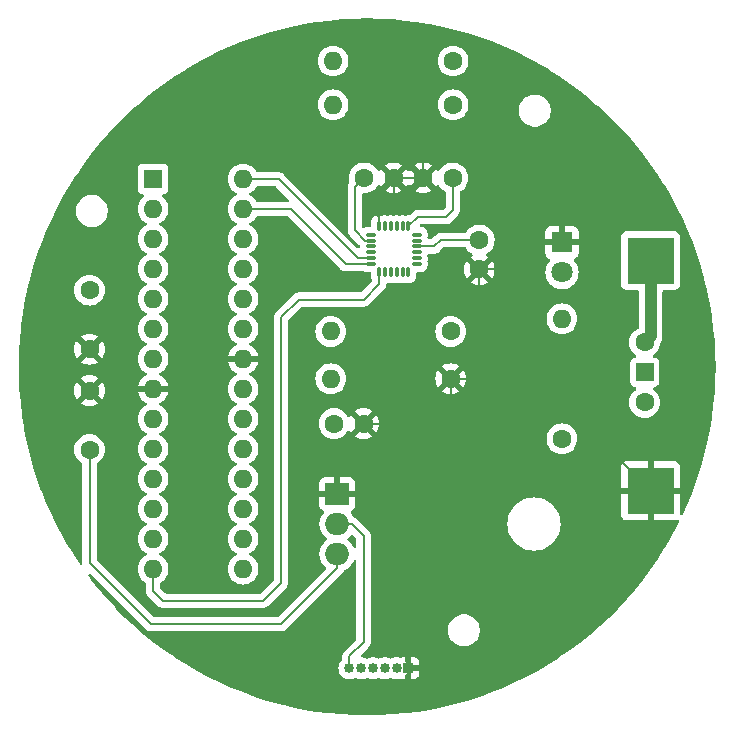
<source format=gbr>
%TF.GenerationSoftware,KiCad,Pcbnew,8.0.3*%
%TF.CreationDate,2024-06-24T10:16:25-03:00*%
%TF.ProjectId,esquematico,65737175-656d-4617-9469-636f2e6b6963,rev?*%
%TF.SameCoordinates,Original*%
%TF.FileFunction,Copper,L1,Top*%
%TF.FilePolarity,Positive*%
%FSLAX46Y46*%
G04 Gerber Fmt 4.6, Leading zero omitted, Abs format (unit mm)*
G04 Created by KiCad (PCBNEW 8.0.3) date 2024-06-24 10:16:25*
%MOMM*%
%LPD*%
G01*
G04 APERTURE LIST*
G04 Aperture macros list*
%AMRoundRect*
0 Rectangle with rounded corners*
0 $1 Rounding radius*
0 $2 $3 $4 $5 $6 $7 $8 $9 X,Y pos of 4 corners*
0 Add a 4 corners polygon primitive as box body*
4,1,4,$2,$3,$4,$5,$6,$7,$8,$9,$2,$3,0*
0 Add four circle primitives for the rounded corners*
1,1,$1+$1,$2,$3*
1,1,$1+$1,$4,$5*
1,1,$1+$1,$6,$7*
1,1,$1+$1,$8,$9*
0 Add four rect primitives between the rounded corners*
20,1,$1+$1,$2,$3,$4,$5,0*
20,1,$1+$1,$4,$5,$6,$7,0*
20,1,$1+$1,$6,$7,$8,$9,0*
20,1,$1+$1,$8,$9,$2,$3,0*%
G04 Aperture macros list end*
%TA.AperFunction,ComponentPad*%
%ADD10C,1.600000*%
%TD*%
%TA.AperFunction,ComponentPad*%
%ADD11O,1.600000X1.600000*%
%TD*%
%TA.AperFunction,ComponentPad*%
%ADD12R,1.800000X1.800000*%
%TD*%
%TA.AperFunction,ComponentPad*%
%ADD13C,1.800000*%
%TD*%
%TA.AperFunction,ComponentPad*%
%ADD14O,2.000000X1.905000*%
%TD*%
%TA.AperFunction,ComponentPad*%
%ADD15R,2.000000X1.905000*%
%TD*%
%TA.AperFunction,ComponentPad*%
%ADD16R,1.600000X1.600000*%
%TD*%
%TA.AperFunction,SMDPad,CuDef*%
%ADD17RoundRect,0.075000X0.075000X-0.350000X0.075000X0.350000X-0.075000X0.350000X-0.075000X-0.350000X0*%
%TD*%
%TA.AperFunction,SMDPad,CuDef*%
%ADD18RoundRect,0.075000X0.350000X0.075000X-0.350000X0.075000X-0.350000X-0.075000X0.350000X-0.075000X0*%
%TD*%
%TA.AperFunction,ComponentPad*%
%ADD19R,1.500000X1.500000*%
%TD*%
%TA.AperFunction,SMDPad,CuDef*%
%ADD20R,4.000000X4.000000*%
%TD*%
%TA.AperFunction,ComponentPad*%
%ADD21R,0.850000X0.850000*%
%TD*%
%TA.AperFunction,ComponentPad*%
%ADD22O,0.850000X0.850000*%
%TD*%
%TA.AperFunction,Conductor*%
%ADD23C,0.200000*%
%TD*%
%TA.AperFunction,Conductor*%
%ADD24C,1.000000*%
%TD*%
G04 APERTURE END LIST*
D10*
%TO.P,C2,1*%
%TO.N,+BATT*%
X110300000Y-101200000D03*
%TO.P,C2,2*%
%TO.N,GND*%
X110300000Y-96200000D03*
%TD*%
%TO.P,R5,1*%
%TO.N,LED*%
X150300000Y-100280000D03*
D11*
%TO.P,R5,2*%
%TO.N,Net-(D1-A)*%
X150300000Y-90120000D03*
%TD*%
D10*
%TO.P,C3,1*%
%TO.N,Net-(U3-CPOUT)*%
X133550000Y-78200000D03*
%TO.P,C3,2*%
%TO.N,GND*%
X136050000Y-78200000D03*
%TD*%
D12*
%TO.P,D1,1,K*%
%TO.N,GND*%
X150300000Y-83660000D03*
D13*
%TO.P,D1,2,A*%
%TO.N,Net-(D1-A)*%
X150300000Y-86200000D03*
%TD*%
D14*
%TO.P,U2,3,VI*%
%TO.N,+BATT*%
X131270000Y-110040000D03*
%TO.P,U2,2,VO*%
%TO.N,+3V3*%
X131270000Y-107500000D03*
D15*
%TO.P,U2,1,GND*%
%TO.N,GND*%
X131270000Y-104960000D03*
%TD*%
D10*
%TO.P,C1,1*%
%TO.N,+3V3*%
X110300000Y-87700000D03*
%TO.P,C1,2*%
%TO.N,GND*%
X110300000Y-92700000D03*
%TD*%
%TO.P,C6,1*%
%TO.N,Net-(U1-AREF)*%
X131000000Y-99000000D03*
%TO.P,C6,2*%
%TO.N,GND*%
X133500000Y-99000000D03*
%TD*%
%TO.P,C4,1*%
%TO.N,Net-(U3-REGOUT)*%
X143300000Y-83450000D03*
%TO.P,C4,2*%
%TO.N,GND*%
X143300000Y-85950000D03*
%TD*%
%TO.P,R2,1*%
%TO.N,batt_voltage*%
X140880000Y-91200000D03*
D11*
%TO.P,R2,2*%
%TO.N,ADCVin*%
X130720000Y-91200000D03*
%TD*%
D16*
%TO.P,U1,1,~{RESET}/PC6*%
%TO.N,unconnected-(U1-~{RESET}{slash}PC6-Pad1)*%
X115680000Y-78300000D03*
D11*
%TO.P,U1,2,PD0*%
%TO.N,unconnected-(U1-PD0-Pad2)*%
X115680000Y-80840000D03*
%TO.P,U1,3,PD1*%
%TO.N,unconnected-(U1-PD1-Pad3)*%
X115680000Y-83380000D03*
%TO.P,U1,4,PD2*%
%TO.N,unconnected-(U1-PD2-Pad4)*%
X115680000Y-85920000D03*
%TO.P,U1,5,PD3*%
%TO.N,unconnected-(U1-PD3-Pad5)*%
X115680000Y-88460000D03*
%TO.P,U1,6,PD4*%
%TO.N,unconnected-(U1-PD4-Pad6)*%
X115680000Y-91000000D03*
%TO.P,U1,7,VCC*%
%TO.N,+3V3*%
X115680000Y-93540000D03*
%TO.P,U1,8,GND*%
%TO.N,GND*%
X115680000Y-96080000D03*
%TO.P,U1,9,XTAL1/PB6*%
%TO.N,unconnected-(U1-XTAL1{slash}PB6-Pad9)*%
X115680000Y-98620000D03*
%TO.P,U1,10,XTAL2/PB7*%
%TO.N,unconnected-(U1-XTAL2{slash}PB7-Pad10)*%
X115680000Y-101160000D03*
%TO.P,U1,11,PD5*%
%TO.N,unconnected-(U1-PD5-Pad11)*%
X115680000Y-103700000D03*
%TO.P,U1,12,PD6*%
%TO.N,LED*%
X115680000Y-106240000D03*
%TO.P,U1,13,PD7*%
%TO.N,unconnected-(U1-PD7-Pad13)*%
X115680000Y-108780000D03*
%TO.P,U1,14,PB0*%
%TO.N,CLK*%
X115680000Y-111320000D03*
%TO.P,U1,15,PB1*%
%TO.N,unconnected-(U1-PB1-Pad15)*%
X123300000Y-111320000D03*
%TO.P,U1,16,PB2*%
%TO.N,SS\u005C*%
X123300000Y-108780000D03*
%TO.P,U1,17,PB3*%
%TO.N,MOSI*%
X123300000Y-106240000D03*
%TO.P,U1,18,PB4*%
%TO.N,MISO*%
X123300000Y-103700000D03*
%TO.P,U1,19,PB5*%
%TO.N,SCK*%
X123300000Y-101160000D03*
%TO.P,U1,20,AVCC*%
%TO.N,+3V3*%
X123300000Y-98620000D03*
%TO.P,U1,21,AREF*%
%TO.N,Net-(U1-AREF)*%
X123300000Y-96080000D03*
%TO.P,U1,22,GND*%
%TO.N,GND*%
X123300000Y-93540000D03*
%TO.P,U1,23,PC0*%
%TO.N,ADCVin*%
X123300000Y-91000000D03*
%TO.P,U1,24,PC1*%
%TO.N,unconnected-(U1-PC1-Pad24)*%
X123300000Y-88460000D03*
%TO.P,U1,25,PC2*%
%TO.N,unconnected-(U1-PC2-Pad25)*%
X123300000Y-85920000D03*
%TO.P,U1,26,PC3*%
%TO.N,unconnected-(U1-PC3-Pad26)*%
X123300000Y-83380000D03*
%TO.P,U1,27,PC4*%
%TO.N,SDA*%
X123300000Y-80840000D03*
%TO.P,U1,28,PC5*%
%TO.N,SCL*%
X123300000Y-78300000D03*
%TD*%
D17*
%TO.P,U3,1,CLKIN*%
%TO.N,CLK*%
X134800000Y-86200000D03*
%TO.P,U3,2,NC*%
%TO.N,unconnected-(U3-NC-Pad2)*%
X135300000Y-86200000D03*
%TO.P,U3,3,NC*%
%TO.N,unconnected-(U3-NC-Pad3)*%
X135800000Y-86200000D03*
%TO.P,U3,4,NC*%
%TO.N,unconnected-(U3-NC-Pad4)*%
X136300000Y-86200000D03*
%TO.P,U3,5,NC*%
%TO.N,unconnected-(U3-NC-Pad5)*%
X136800000Y-86200000D03*
%TO.P,U3,6,AUX_DA*%
%TO.N,unconnected-(U3-AUX_DA-Pad6)*%
X137300000Y-86200000D03*
D18*
%TO.P,U3,7,AUX_CL*%
%TO.N,unconnected-(U3-AUX_CL-Pad7)*%
X138000000Y-85500000D03*
%TO.P,U3,8,VLOGIC*%
%TO.N,unconnected-(U3-VLOGIC-Pad8)*%
X138000000Y-85000000D03*
%TO.P,U3,9,AD0*%
%TO.N,unconnected-(U3-AD0-Pad9)*%
X138000000Y-84500000D03*
%TO.P,U3,10,REGOUT*%
%TO.N,Net-(U3-REGOUT)*%
X138000000Y-84000000D03*
%TO.P,U3,11,FSYNC*%
%TO.N,unconnected-(U3-FSYNC-Pad11)*%
X138000000Y-83500000D03*
%TO.P,U3,12,INT*%
%TO.N,unconnected-(U3-INT-Pad12)*%
X138000000Y-83000000D03*
D17*
%TO.P,U3,13,VDD*%
%TO.N,+3V3*%
X137300000Y-82300000D03*
%TO.P,U3,14,NC*%
%TO.N,unconnected-(U3-NC-Pad14)*%
X136800000Y-82300000D03*
%TO.P,U3,15,NC*%
%TO.N,unconnected-(U3-NC-Pad15)*%
X136300000Y-82300000D03*
%TO.P,U3,16,NC*%
%TO.N,unconnected-(U3-NC-Pad16)*%
X135800000Y-82300000D03*
%TO.P,U3,17,NC*%
%TO.N,unconnected-(U3-NC-Pad17)*%
X135300000Y-82300000D03*
%TO.P,U3,18,GND*%
%TO.N,GND*%
X134800000Y-82300000D03*
D18*
%TO.P,U3,19,RESV*%
%TO.N,unconnected-(U3-RESV-Pad19)*%
X134100000Y-83000000D03*
%TO.P,U3,20,CPOUT*%
%TO.N,Net-(U3-CPOUT)*%
X134100000Y-83500000D03*
%TO.P,U3,21,RESV*%
%TO.N,unconnected-(U3-RESV-Pad21)*%
X134100000Y-84000000D03*
%TO.P,U3,22,RESV*%
%TO.N,unconnected-(U3-RESV-Pad22)*%
X134100000Y-84500000D03*
%TO.P,U3,23,SCL*%
%TO.N,SCL*%
X134100000Y-85000000D03*
%TO.P,U3,24,SDA*%
%TO.N,SDA*%
X134100000Y-85500000D03*
%TD*%
D19*
%TO.P,SW1,1,B*%
%TO.N,+BATT*%
X157300000Y-94660000D03*
D10*
%TO.P,SW1,2,C*%
%TO.N,batt_voltage*%
X157300000Y-92120000D03*
%TO.P,SW1,3,A*%
%TO.N,unconnected-(SW1-A-Pad3)*%
X157300000Y-97200000D03*
%TD*%
%TO.P,C5,1*%
%TO.N,GND*%
X138550000Y-78200000D03*
%TO.P,C5,2*%
%TO.N,+3V3*%
X141050000Y-78200000D03*
%TD*%
%TO.P,R4,1*%
%TO.N,+3V3*%
X141080000Y-68300000D03*
D11*
%TO.P,R4,2*%
%TO.N,SCL*%
X130920000Y-68300000D03*
%TD*%
D10*
%TO.P,R1,1*%
%TO.N,GND*%
X140880000Y-95200000D03*
D11*
%TO.P,R1,2*%
%TO.N,ADCVin*%
X130720000Y-95200000D03*
%TD*%
D20*
%TO.P,battery-1,1,1*%
%TO.N,GND*%
X157800000Y-104700000D03*
%TD*%
%TO.P,battery+1,1,1*%
%TO.N,batt_voltage*%
X157800000Y-85200000D03*
%TD*%
D10*
%TO.P,R3,1*%
%TO.N,+3V3*%
X141080000Y-72000000D03*
D11*
%TO.P,R3,2*%
%TO.N,SDA*%
X130920000Y-72000000D03*
%TD*%
D21*
%TO.P,sd_card,1,Pin_1*%
%TO.N,GND*%
X137300000Y-119700000D03*
D22*
%TO.P,sd_card,2,Pin_2*%
%TO.N,MISO*%
X136300000Y-119700000D03*
%TO.P,sd_card,3,Pin_3*%
%TO.N,SCK*%
X135300000Y-119700000D03*
%TO.P,sd_card,4,Pin_4*%
%TO.N,MOSI*%
X134300000Y-119700000D03*
%TO.P,sd_card,5,Pin_5*%
%TO.N,SS\u005C*%
X133300000Y-119700000D03*
%TO.P,sd_card,6,Pin_6*%
%TO.N,+3V3*%
X132300000Y-119700000D03*
%TD*%
D23*
%TO.N,+BATT*%
X110300000Y-101200000D02*
X110300000Y-110800000D01*
X110300000Y-110800000D02*
X115500000Y-116000000D01*
X126500000Y-116000000D02*
X131270000Y-111230000D01*
X131270000Y-111230000D02*
X131270000Y-110040000D01*
X115500000Y-116000000D02*
X126500000Y-116000000D01*
%TO.N,GND*%
X134800000Y-82300000D02*
X134800000Y-81200000D01*
X138500000Y-99000000D02*
X140880000Y-96620000D01*
X142300000Y-95200000D02*
X140880000Y-95200000D01*
X138550000Y-78200000D02*
X138550000Y-76950000D01*
X139000000Y-76500000D02*
X144000000Y-76500000D01*
X143300000Y-94200000D02*
X142300000Y-95200000D01*
X153500000Y-84500000D02*
X152660000Y-83660000D01*
X146840000Y-83660000D02*
X150300000Y-83660000D01*
X119460000Y-93540000D02*
X123300000Y-93540000D01*
X116920000Y-96080000D02*
X119460000Y-93540000D01*
X136050000Y-78200000D02*
X138550000Y-78200000D01*
X145500000Y-85000000D02*
X146840000Y-83660000D01*
X144000000Y-76500000D02*
X145500000Y-78000000D01*
X134800000Y-81200000D02*
X136050000Y-79950000D01*
X145500000Y-85000000D02*
X144550000Y-85950000D01*
X138550000Y-76950000D02*
X139000000Y-76500000D01*
X152660000Y-83660000D02*
X150300000Y-83660000D01*
X157800000Y-104700000D02*
X153500000Y-100400000D01*
X145500000Y-78000000D02*
X145500000Y-85000000D01*
X153500000Y-100400000D02*
X153500000Y-84500000D01*
X136050000Y-79950000D02*
X136050000Y-78200000D01*
X140880000Y-96620000D02*
X140880000Y-95200000D01*
X133500000Y-99000000D02*
X138500000Y-99000000D01*
X143300000Y-85950000D02*
X143300000Y-94200000D01*
X144550000Y-85950000D02*
X143300000Y-85950000D01*
X115680000Y-96080000D02*
X116920000Y-96080000D01*
%TO.N,+3V3*%
X138100000Y-81500000D02*
X140500000Y-81500000D01*
X141050000Y-80950000D02*
X141050000Y-78200000D01*
X137300000Y-82300000D02*
X138100000Y-81500000D01*
X140500000Y-81500000D02*
X141050000Y-80950000D01*
%TO.N,Net-(U3-CPOUT)*%
X133642590Y-83500000D02*
X134100000Y-83500000D01*
X132750001Y-78999999D02*
X132750001Y-82607411D01*
X133550000Y-78200000D02*
X132750001Y-78999999D01*
X132750001Y-82607411D02*
X133642590Y-83500000D01*
%TO.N,Net-(U3-REGOUT)*%
X138000000Y-84000000D02*
X139500000Y-84000000D01*
X139500000Y-84000000D02*
X140050000Y-83450000D01*
X140050000Y-83450000D02*
X143300000Y-83450000D01*
%TO.N,SDA*%
X132000000Y-85500000D02*
X127340000Y-80840000D01*
X127340000Y-80840000D02*
X123300000Y-80840000D01*
X134100000Y-85500000D02*
X132000000Y-85500000D01*
%TO.N,SCL*%
X126300000Y-78300000D02*
X123300000Y-78300000D01*
X133000000Y-85000000D02*
X126300000Y-78300000D01*
X134100000Y-85000000D02*
X133000000Y-85000000D01*
%TO.N,CLK*%
X115680000Y-113180000D02*
X116500000Y-114000000D01*
X134800000Y-87200000D02*
X134800000Y-86200000D01*
X126500000Y-90000000D02*
X128000000Y-88500000D01*
X128000000Y-88500000D02*
X133500000Y-88500000D01*
X125000000Y-114000000D02*
X126500000Y-112500000D01*
X116500000Y-114000000D02*
X125000000Y-114000000D01*
X126500000Y-112500000D02*
X126500000Y-90000000D01*
X115680000Y-111320000D02*
X115680000Y-113180000D01*
X133500000Y-88500000D02*
X134800000Y-87200000D01*
D24*
%TO.N,batt_voltage*%
X157800000Y-85200000D02*
X157800000Y-91620000D01*
X157800000Y-91620000D02*
X157300000Y-92120000D01*
D23*
%TO.N,GND*%
X137300000Y-108300000D02*
X137300000Y-119700000D01*
X133960000Y-104960000D02*
X137300000Y-108300000D01*
X131270000Y-104960000D02*
X133960000Y-104960000D01*
%TO.N,+3V3*%
X132300000Y-118700000D02*
X132300000Y-119700000D01*
X133500000Y-108500000D02*
X133500000Y-117500000D01*
X132500000Y-107500000D02*
X133500000Y-108500000D01*
X131270000Y-107500000D02*
X132500000Y-107500000D01*
X133500000Y-117500000D02*
X132300000Y-118700000D01*
%TD*%
%TA.AperFunction,Conductor*%
%TO.N,GND*%
G36*
X138150000Y-78252661D02*
G01*
X138177259Y-78354394D01*
X138229920Y-78445606D01*
X138304394Y-78520080D01*
X138395606Y-78572741D01*
X138497339Y-78600000D01*
X138503553Y-78600000D01*
X137824526Y-79279025D01*
X137897513Y-79330132D01*
X137897521Y-79330136D01*
X138103668Y-79426264D01*
X138103682Y-79426269D01*
X138323389Y-79485139D01*
X138323400Y-79485141D01*
X138549998Y-79504966D01*
X138550002Y-79504966D01*
X138776599Y-79485141D01*
X138776610Y-79485139D01*
X138996317Y-79426269D01*
X138996331Y-79426264D01*
X139202478Y-79330136D01*
X139275471Y-79279024D01*
X138596447Y-78600000D01*
X138602661Y-78600000D01*
X138704394Y-78572741D01*
X138795606Y-78520080D01*
X138870080Y-78445606D01*
X138922741Y-78354394D01*
X138950000Y-78252661D01*
X138950000Y-78246447D01*
X139629024Y-78925471D01*
X139680134Y-78852481D01*
X139687340Y-78837028D01*
X139733511Y-78784587D01*
X139800704Y-78765433D01*
X139867585Y-78785646D01*
X139912105Y-78837022D01*
X139919430Y-78852730D01*
X139919432Y-78852734D01*
X140049954Y-79039141D01*
X140210858Y-79200045D01*
X140210861Y-79200047D01*
X140396624Y-79330118D01*
X140440248Y-79384693D01*
X140449500Y-79431692D01*
X140449500Y-80649903D01*
X140429815Y-80716942D01*
X140413181Y-80737584D01*
X140287584Y-80863181D01*
X140226261Y-80896666D01*
X140199903Y-80899500D01*
X138186669Y-80899500D01*
X138186653Y-80899499D01*
X138179057Y-80899499D01*
X138020943Y-80899499D01*
X137913587Y-80928265D01*
X137868210Y-80940424D01*
X137868209Y-80940425D01*
X137818096Y-80969359D01*
X137818095Y-80969360D01*
X137774689Y-80994420D01*
X137731285Y-81019479D01*
X137731282Y-81019481D01*
X137619478Y-81131286D01*
X137412584Y-81338181D01*
X137351261Y-81371666D01*
X137324903Y-81374500D01*
X137187272Y-81374500D01*
X137100393Y-81385938D01*
X137074764Y-81389313D01*
X137074762Y-81389313D01*
X137066708Y-81390374D01*
X137066316Y-81387399D01*
X137033684Y-81387399D01*
X137033292Y-81390374D01*
X137025237Y-81389313D01*
X137025236Y-81389313D01*
X136996271Y-81385499D01*
X136912727Y-81374500D01*
X136912720Y-81374500D01*
X136687280Y-81374500D01*
X136687272Y-81374500D01*
X136600393Y-81385938D01*
X136574764Y-81389313D01*
X136574762Y-81389313D01*
X136566708Y-81390374D01*
X136566316Y-81387399D01*
X136533684Y-81387399D01*
X136533292Y-81390374D01*
X136525237Y-81389313D01*
X136525236Y-81389313D01*
X136496271Y-81385499D01*
X136412727Y-81374500D01*
X136412720Y-81374500D01*
X136187280Y-81374500D01*
X136187272Y-81374500D01*
X136100393Y-81385938D01*
X136074764Y-81389313D01*
X136074762Y-81389313D01*
X136066708Y-81390374D01*
X136066316Y-81387399D01*
X136033684Y-81387399D01*
X136033292Y-81390374D01*
X136025237Y-81389313D01*
X136025236Y-81389313D01*
X135996271Y-81385499D01*
X135912727Y-81374500D01*
X135912720Y-81374500D01*
X135687280Y-81374500D01*
X135687272Y-81374500D01*
X135600393Y-81385938D01*
X135574764Y-81389313D01*
X135574762Y-81389313D01*
X135566708Y-81390374D01*
X135566316Y-81387399D01*
X135533684Y-81387399D01*
X135533292Y-81390374D01*
X135525237Y-81389313D01*
X135525236Y-81389313D01*
X135496271Y-81385499D01*
X135412727Y-81374500D01*
X135412720Y-81374500D01*
X135187280Y-81374500D01*
X135187272Y-81374500D01*
X135091792Y-81387071D01*
X135074764Y-81389313D01*
X135074763Y-81389313D01*
X135066707Y-81390374D01*
X135066472Y-81388595D01*
X135032729Y-81390804D01*
X134950000Y-81379911D01*
X134947845Y-81381801D01*
X134930315Y-81441502D01*
X134901486Y-81472839D01*
X134849486Y-81512740D01*
X134784317Y-81537934D01*
X134715872Y-81523896D01*
X134665883Y-81475082D01*
X134650000Y-81414364D01*
X134650000Y-81379911D01*
X134649999Y-81379911D01*
X134574896Y-81389800D01*
X134574891Y-81389801D01*
X134435021Y-81447736D01*
X134314905Y-81539905D01*
X134222736Y-81660021D01*
X134164801Y-81799891D01*
X134164800Y-81799895D01*
X134150000Y-81912302D01*
X134150000Y-82160126D01*
X134171304Y-82199142D01*
X134166320Y-82268834D01*
X134124448Y-82324767D01*
X134058984Y-82349184D01*
X134050138Y-82349500D01*
X133712272Y-82349500D01*
X133599764Y-82364313D01*
X133599760Y-82364314D01*
X133521953Y-82396543D01*
X133452484Y-82404012D01*
X133390005Y-82372737D01*
X133354353Y-82312648D01*
X133350501Y-82281982D01*
X133350501Y-79623336D01*
X133370186Y-79556297D01*
X133422990Y-79510542D01*
X133485308Y-79499808D01*
X133530832Y-79503791D01*
X133549999Y-79505468D01*
X133550000Y-79505468D01*
X133550002Y-79505468D01*
X133614694Y-79499808D01*
X133776692Y-79485635D01*
X133996496Y-79426739D01*
X134202734Y-79330568D01*
X134389139Y-79200047D01*
X134550047Y-79039139D01*
X134680568Y-78852734D01*
X134687893Y-78837024D01*
X134734064Y-78784586D01*
X134801257Y-78765433D01*
X134868138Y-78785648D01*
X134912657Y-78837024D01*
X134919864Y-78852480D01*
X134970974Y-78925472D01*
X135650000Y-78246446D01*
X135650000Y-78252661D01*
X135677259Y-78354394D01*
X135729920Y-78445606D01*
X135804394Y-78520080D01*
X135895606Y-78572741D01*
X135997339Y-78600000D01*
X136003553Y-78600000D01*
X135324526Y-79279025D01*
X135397513Y-79330132D01*
X135397521Y-79330136D01*
X135603668Y-79426264D01*
X135603682Y-79426269D01*
X135823389Y-79485139D01*
X135823400Y-79485141D01*
X136049998Y-79504966D01*
X136050002Y-79504966D01*
X136276599Y-79485141D01*
X136276610Y-79485139D01*
X136496317Y-79426269D01*
X136496331Y-79426264D01*
X136702478Y-79330136D01*
X136775471Y-79279024D01*
X136096447Y-78600000D01*
X136102661Y-78600000D01*
X136204394Y-78572741D01*
X136295606Y-78520080D01*
X136370080Y-78445606D01*
X136422741Y-78354394D01*
X136450000Y-78252661D01*
X136450000Y-78246447D01*
X137129024Y-78925471D01*
X137180135Y-78852480D01*
X137187617Y-78836435D01*
X137233789Y-78783995D01*
X137300982Y-78764842D01*
X137367863Y-78785057D01*
X137412383Y-78836435D01*
X137419865Y-78852481D01*
X137470974Y-78925472D01*
X138150000Y-78246446D01*
X138150000Y-78252661D01*
G37*
%TD.AperFunction*%
%TA.AperFunction,Conductor*%
G36*
X134875128Y-64720139D02*
G01*
X134879608Y-64720303D01*
X135951091Y-64779073D01*
X135955570Y-64779401D01*
X137024156Y-64877262D01*
X137028607Y-64877752D01*
X137955637Y-64996928D01*
X138092929Y-65014578D01*
X138097410Y-65015238D01*
X138377100Y-65061633D01*
X139155957Y-65190832D01*
X139160383Y-65191649D01*
X140211912Y-65405808D01*
X140216241Y-65406772D01*
X141259251Y-65659192D01*
X141263551Y-65660317D01*
X142296625Y-65950655D01*
X142300918Y-65951947D01*
X143322674Y-66279814D01*
X143326895Y-66281254D01*
X144336019Y-66646227D01*
X144340206Y-66647828D01*
X145335349Y-67049422D01*
X145339443Y-67051163D01*
X146319196Y-67488808D01*
X146323268Y-67490716D01*
X146641942Y-67647266D01*
X147286376Y-67963847D01*
X147290405Y-67965918D01*
X148235589Y-68473907D01*
X148239539Y-68476124D01*
X148325907Y-68526692D01*
X149165552Y-69018302D01*
X149169389Y-69020644D01*
X150057967Y-69585464D01*
X150074950Y-69596259D01*
X150078728Y-69598758D01*
X150962700Y-70207088D01*
X150966383Y-70209724D01*
X151827496Y-70849894D01*
X151831081Y-70852662D01*
X152668254Y-71523867D01*
X152671736Y-71526764D01*
X152779939Y-71620208D01*
X153219713Y-71999998D01*
X153483868Y-72228122D01*
X153487233Y-72231138D01*
X154116724Y-72816239D01*
X154273182Y-72961664D01*
X154276443Y-72964808D01*
X155035191Y-73723556D01*
X155038335Y-73726817D01*
X155768854Y-74512758D01*
X155771877Y-74516131D01*
X156473235Y-75328263D01*
X156476132Y-75331745D01*
X157147337Y-76168918D01*
X157150105Y-76172503D01*
X157790275Y-77033616D01*
X157792911Y-77037299D01*
X158401241Y-77921271D01*
X158403740Y-77925049D01*
X158979346Y-78830596D01*
X158981706Y-78834462D01*
X159523875Y-79760460D01*
X159526092Y-79764410D01*
X160034081Y-80709594D01*
X160036152Y-80713623D01*
X160509276Y-81676717D01*
X160511198Y-81680818D01*
X160698666Y-82100501D01*
X160945294Y-82652627D01*
X160948820Y-82660519D01*
X160950587Y-82664677D01*
X161147774Y-83153302D01*
X161352162Y-83659771D01*
X161353780Y-83664002D01*
X161718734Y-84673071D01*
X161720196Y-84677358D01*
X162048045Y-85699059D01*
X162049350Y-85703396D01*
X162253922Y-86431297D01*
X162297881Y-86587713D01*
X162339671Y-86736407D01*
X162340816Y-86740786D01*
X162573077Y-87700499D01*
X162593216Y-87783712D01*
X162594201Y-87788133D01*
X162808347Y-88839602D01*
X162809169Y-88844056D01*
X162984761Y-89902589D01*
X162985421Y-89907070D01*
X163122244Y-90971367D01*
X163122739Y-90975869D01*
X163220596Y-92044410D01*
X163220927Y-92048928D01*
X163279695Y-93120368D01*
X163279860Y-93124894D01*
X163299458Y-94197735D01*
X163299458Y-94202265D01*
X163279860Y-95275105D01*
X163279695Y-95279631D01*
X163220927Y-96351071D01*
X163220596Y-96355589D01*
X163122739Y-97424130D01*
X163122244Y-97428632D01*
X162985421Y-98492929D01*
X162984761Y-98497410D01*
X162809169Y-99555943D01*
X162808347Y-99560397D01*
X162594201Y-100611866D01*
X162593216Y-100616287D01*
X162340817Y-101659209D01*
X162339671Y-101663592D01*
X162049350Y-102696603D01*
X162048045Y-102700940D01*
X161720196Y-103722641D01*
X161718734Y-103726928D01*
X161353780Y-104735997D01*
X161352162Y-104740228D01*
X160950592Y-105735312D01*
X160948820Y-105739480D01*
X160537218Y-106660931D01*
X160491903Y-106714113D01*
X160425029Y-106734354D01*
X160357829Y-106715226D01*
X160311637Y-106662804D01*
X160300000Y-106610358D01*
X160300000Y-104950000D01*
X158050000Y-104950000D01*
X158050000Y-107200000D01*
X159847828Y-107200000D01*
X159847844Y-107199999D01*
X159907372Y-107193598D01*
X159907379Y-107193596D01*
X160042086Y-107143354D01*
X160049872Y-107139103D01*
X160050592Y-107140423D01*
X160106902Y-107119416D01*
X160175177Y-107134262D01*
X160224586Y-107183663D01*
X160239444Y-107251935D01*
X160227055Y-107297773D01*
X160036152Y-107686376D01*
X160034081Y-107690405D01*
X159526092Y-108635589D01*
X159523875Y-108639539D01*
X158981706Y-109565537D01*
X158979346Y-109569403D01*
X158403740Y-110474950D01*
X158401241Y-110478728D01*
X157792911Y-111362700D01*
X157790275Y-111366383D01*
X157150105Y-112227496D01*
X157147337Y-112231081D01*
X156476132Y-113068254D01*
X156473235Y-113071736D01*
X155771877Y-113883868D01*
X155768854Y-113887241D01*
X155038335Y-114673182D01*
X155035191Y-114676443D01*
X154276443Y-115435191D01*
X154273182Y-115438335D01*
X153487241Y-116168854D01*
X153483868Y-116171877D01*
X152671736Y-116873235D01*
X152668254Y-116876132D01*
X151831081Y-117547337D01*
X151827496Y-117550105D01*
X150966383Y-118190275D01*
X150962700Y-118192911D01*
X150078728Y-118801241D01*
X150074950Y-118803740D01*
X149169403Y-119379346D01*
X149165537Y-119381706D01*
X148239539Y-119923875D01*
X148235589Y-119926092D01*
X147290405Y-120434081D01*
X147286376Y-120436152D01*
X146323282Y-120909276D01*
X146319181Y-120911198D01*
X145339480Y-121348820D01*
X145335312Y-121350592D01*
X144340228Y-121752162D01*
X144335997Y-121753780D01*
X143326928Y-122118734D01*
X143322641Y-122120196D01*
X142300940Y-122448045D01*
X142296603Y-122449350D01*
X141263592Y-122739671D01*
X141259209Y-122740817D01*
X140216287Y-122993216D01*
X140211866Y-122994201D01*
X139160397Y-123208347D01*
X139155943Y-123209169D01*
X138097410Y-123384761D01*
X138092929Y-123385421D01*
X137028632Y-123522244D01*
X137024130Y-123522739D01*
X135955589Y-123620596D01*
X135951071Y-123620927D01*
X134879631Y-123679695D01*
X134875105Y-123679860D01*
X133802265Y-123699458D01*
X133797735Y-123699458D01*
X132724894Y-123679860D01*
X132720368Y-123679695D01*
X131648928Y-123620927D01*
X131644410Y-123620596D01*
X130575869Y-123522739D01*
X130571367Y-123522244D01*
X129507070Y-123385421D01*
X129502589Y-123384761D01*
X128444056Y-123209169D01*
X128439602Y-123208347D01*
X127388133Y-122994201D01*
X127383712Y-122993216D01*
X127114402Y-122928040D01*
X126340786Y-122740816D01*
X126336407Y-122739671D01*
X125303396Y-122449350D01*
X125299059Y-122448045D01*
X124277358Y-122120196D01*
X124273071Y-122118734D01*
X123264002Y-121753780D01*
X123259771Y-121752162D01*
X122837161Y-121581616D01*
X122264677Y-121350587D01*
X122260530Y-121348824D01*
X121280818Y-120911198D01*
X121276717Y-120909276D01*
X120313623Y-120436152D01*
X120309594Y-120434081D01*
X119364410Y-119926092D01*
X119360460Y-119923875D01*
X118434462Y-119381706D01*
X118430596Y-119379346D01*
X117525049Y-118803740D01*
X117521271Y-118801241D01*
X116637299Y-118192911D01*
X116633616Y-118190275D01*
X115772503Y-117550105D01*
X115768918Y-117547337D01*
X114931745Y-116876132D01*
X114928263Y-116873235D01*
X114129891Y-116183760D01*
X114116126Y-116171872D01*
X114112758Y-116168854D01*
X113892873Y-115964475D01*
X113326817Y-115438335D01*
X113323556Y-115435191D01*
X112564808Y-114676443D01*
X112561664Y-114673182D01*
X112456068Y-114559575D01*
X111831138Y-113887233D01*
X111828122Y-113883868D01*
X111635238Y-113660520D01*
X111145428Y-113093348D01*
X111126764Y-113071736D01*
X111123867Y-113068254D01*
X110452662Y-112231081D01*
X110449894Y-112227497D01*
X110219509Y-111917598D01*
X110195311Y-111852058D01*
X110210390Y-111783834D01*
X110259959Y-111734593D01*
X110328280Y-111719968D01*
X110393663Y-111744602D01*
X110406705Y-111755941D01*
X112534632Y-113883868D01*
X115131284Y-116480520D01*
X115131286Y-116480521D01*
X115131290Y-116480524D01*
X115268209Y-116559573D01*
X115268216Y-116559577D01*
X115420943Y-116600501D01*
X115420945Y-116600501D01*
X115586654Y-116600501D01*
X115586670Y-116600500D01*
X126413331Y-116600500D01*
X126413347Y-116600501D01*
X126420943Y-116600501D01*
X126579054Y-116600501D01*
X126579057Y-116600501D01*
X126731785Y-116559577D01*
X126781904Y-116530639D01*
X126868716Y-116480520D01*
X126980520Y-116368716D01*
X126980520Y-116368714D01*
X126990728Y-116358507D01*
X126990729Y-116358504D01*
X131750520Y-111598716D01*
X131829577Y-111461784D01*
X131831411Y-111454937D01*
X131867773Y-111395278D01*
X131894888Y-111376545D01*
X132079038Y-111282717D01*
X132264066Y-111148286D01*
X132425786Y-110986566D01*
X132560217Y-110801538D01*
X132664048Y-110597758D01*
X132664049Y-110597755D01*
X132665015Y-110595860D01*
X132712990Y-110545064D01*
X132780811Y-110528269D01*
X132846945Y-110550806D01*
X132890397Y-110605521D01*
X132899500Y-110652155D01*
X132899500Y-117199902D01*
X132879815Y-117266941D01*
X132863181Y-117287583D01*
X131819481Y-118331282D01*
X131819479Y-118331285D01*
X131769361Y-118418094D01*
X131769359Y-118418096D01*
X131740425Y-118468209D01*
X131740424Y-118468210D01*
X131740423Y-118468215D01*
X131699499Y-118620943D01*
X131699499Y-118620945D01*
X131699499Y-118789046D01*
X131699500Y-118789059D01*
X131699500Y-118936185D01*
X131679815Y-119003224D01*
X131667650Y-119019157D01*
X131547128Y-119153009D01*
X131449857Y-119321488D01*
X131449856Y-119321489D01*
X131389738Y-119506516D01*
X131369402Y-119700000D01*
X131389738Y-119893483D01*
X131449856Y-120078510D01*
X131449857Y-120078511D01*
X131504311Y-120172827D01*
X131547130Y-120246992D01*
X131581523Y-120285189D01*
X131677302Y-120391564D01*
X131677305Y-120391566D01*
X131677308Y-120391569D01*
X131795352Y-120477333D01*
X131834702Y-120505923D01*
X131902926Y-120536297D01*
X132012429Y-120585051D01*
X132202726Y-120625500D01*
X132397274Y-120625500D01*
X132587566Y-120585052D01*
X132587565Y-120585052D01*
X132587571Y-120585051D01*
X132749569Y-120512925D01*
X132818815Y-120503642D01*
X132850425Y-120512922D01*
X133012429Y-120585051D01*
X133012432Y-120585051D01*
X133012433Y-120585052D01*
X133202726Y-120625500D01*
X133397274Y-120625500D01*
X133587566Y-120585052D01*
X133587565Y-120585052D01*
X133587571Y-120585051D01*
X133749569Y-120512925D01*
X133818815Y-120503642D01*
X133850425Y-120512922D01*
X134012429Y-120585051D01*
X134012432Y-120585051D01*
X134012433Y-120585052D01*
X134202726Y-120625500D01*
X134397274Y-120625500D01*
X134587566Y-120585052D01*
X134587565Y-120585052D01*
X134587571Y-120585051D01*
X134749569Y-120512925D01*
X134818815Y-120503642D01*
X134850425Y-120512922D01*
X135012429Y-120585051D01*
X135012432Y-120585051D01*
X135012433Y-120585052D01*
X135202726Y-120625500D01*
X135397274Y-120625500D01*
X135587566Y-120585052D01*
X135587565Y-120585052D01*
X135587571Y-120585051D01*
X135749569Y-120512925D01*
X135818815Y-120503642D01*
X135850425Y-120512922D01*
X136012429Y-120585051D01*
X136012432Y-120585051D01*
X136012433Y-120585052D01*
X136202726Y-120625500D01*
X136397274Y-120625500D01*
X136587571Y-120585051D01*
X136587581Y-120585046D01*
X136593750Y-120583043D01*
X136594629Y-120585749D01*
X136651479Y-120578069D01*
X136676124Y-120584470D01*
X136767623Y-120618597D01*
X136767627Y-120618598D01*
X136827155Y-120624999D01*
X136827172Y-120625000D01*
X137050000Y-120625000D01*
X137550000Y-120625000D01*
X137772828Y-120625000D01*
X137772844Y-120624999D01*
X137832372Y-120618598D01*
X137832379Y-120618596D01*
X137967086Y-120568354D01*
X137967093Y-120568350D01*
X138082187Y-120482190D01*
X138082190Y-120482187D01*
X138168350Y-120367093D01*
X138168354Y-120367086D01*
X138218596Y-120232379D01*
X138218598Y-120232372D01*
X138224999Y-120172844D01*
X138225000Y-120172827D01*
X138225000Y-119950000D01*
X137550000Y-119950000D01*
X137550000Y-120625000D01*
X137050000Y-120625000D01*
X137050000Y-120285189D01*
X137066613Y-120223189D01*
X137150142Y-120078511D01*
X137150143Y-120078510D01*
X137150144Y-120078508D01*
X137198822Y-119928689D01*
X137250272Y-119950000D01*
X137349728Y-119950000D01*
X137441614Y-119911940D01*
X137511940Y-119841614D01*
X137550000Y-119749728D01*
X137550000Y-119650272D01*
X137511940Y-119558386D01*
X137441614Y-119488060D01*
X137349728Y-119450000D01*
X137550000Y-119450000D01*
X138225000Y-119450000D01*
X138225000Y-119227172D01*
X138224999Y-119227155D01*
X138218598Y-119167627D01*
X138218596Y-119167620D01*
X138168354Y-119032913D01*
X138168350Y-119032906D01*
X138082190Y-118917812D01*
X138082187Y-118917809D01*
X137967093Y-118831649D01*
X137967086Y-118831645D01*
X137832379Y-118781403D01*
X137832372Y-118781401D01*
X137772844Y-118775000D01*
X137550000Y-118775000D01*
X137550000Y-119450000D01*
X137349728Y-119450000D01*
X137250272Y-119450000D01*
X137198822Y-119471310D01*
X137150144Y-119321492D01*
X137150143Y-119321491D01*
X137150143Y-119321489D01*
X137150142Y-119321488D01*
X137066613Y-119176811D01*
X137050000Y-119114811D01*
X137050000Y-118775000D01*
X136827155Y-118775000D01*
X136767627Y-118781401D01*
X136767620Y-118781403D01*
X136676124Y-118815529D01*
X136606432Y-118820513D01*
X136593925Y-118816420D01*
X136593751Y-118816957D01*
X136587569Y-118814948D01*
X136397274Y-118774500D01*
X136202726Y-118774500D01*
X136012430Y-118814948D01*
X136012427Y-118814949D01*
X135850434Y-118887072D01*
X135781184Y-118896356D01*
X135749566Y-118887072D01*
X135587572Y-118814949D01*
X135587569Y-118814948D01*
X135397274Y-118774500D01*
X135202726Y-118774500D01*
X135012430Y-118814948D01*
X135012427Y-118814949D01*
X134850434Y-118887072D01*
X134781184Y-118896356D01*
X134749566Y-118887072D01*
X134587572Y-118814949D01*
X134587569Y-118814948D01*
X134397274Y-118774500D01*
X134202726Y-118774500D01*
X134012430Y-118814948D01*
X134012427Y-118814949D01*
X133850434Y-118887072D01*
X133781184Y-118896356D01*
X133749566Y-118887072D01*
X133587572Y-118814949D01*
X133587569Y-118814948D01*
X133397274Y-118774500D01*
X133374096Y-118774500D01*
X133307057Y-118754815D01*
X133261302Y-118702011D01*
X133251358Y-118632853D01*
X133280383Y-118569297D01*
X133286415Y-118562819D01*
X133517952Y-118331282D01*
X133868713Y-117980521D01*
X133868716Y-117980520D01*
X133980520Y-117868716D01*
X134030639Y-117781904D01*
X134059577Y-117731785D01*
X134100500Y-117579058D01*
X134100500Y-117420943D01*
X134100500Y-116393713D01*
X140649500Y-116393713D01*
X140649500Y-116606287D01*
X140682754Y-116816243D01*
X140702213Y-116876132D01*
X140748444Y-117018414D01*
X140844951Y-117207820D01*
X140969890Y-117379786D01*
X141120213Y-117530109D01*
X141292179Y-117655048D01*
X141292181Y-117655049D01*
X141292184Y-117655051D01*
X141481588Y-117751557D01*
X141683757Y-117817246D01*
X141893713Y-117850500D01*
X141893714Y-117850500D01*
X142106286Y-117850500D01*
X142106287Y-117850500D01*
X142316243Y-117817246D01*
X142518412Y-117751557D01*
X142707816Y-117655051D01*
X142729789Y-117639086D01*
X142879786Y-117530109D01*
X142879788Y-117530106D01*
X142879792Y-117530104D01*
X143030104Y-117379792D01*
X143030106Y-117379788D01*
X143030109Y-117379786D01*
X143155048Y-117207820D01*
X143155047Y-117207820D01*
X143155051Y-117207816D01*
X143251557Y-117018412D01*
X143317246Y-116816243D01*
X143350500Y-116606287D01*
X143350500Y-116393713D01*
X143317246Y-116183757D01*
X143251557Y-115981588D01*
X143155051Y-115792184D01*
X143155049Y-115792181D01*
X143155048Y-115792179D01*
X143030109Y-115620213D01*
X142879786Y-115469890D01*
X142707820Y-115344951D01*
X142518414Y-115248444D01*
X142518413Y-115248443D01*
X142518412Y-115248443D01*
X142316243Y-115182754D01*
X142316241Y-115182753D01*
X142316240Y-115182753D01*
X142154957Y-115157208D01*
X142106287Y-115149500D01*
X141893713Y-115149500D01*
X141845042Y-115157208D01*
X141683760Y-115182753D01*
X141481585Y-115248444D01*
X141292179Y-115344951D01*
X141120213Y-115469890D01*
X140969890Y-115620213D01*
X140844951Y-115792179D01*
X140748444Y-115981585D01*
X140682753Y-116183760D01*
X140655077Y-116358501D01*
X140649500Y-116393713D01*
X134100500Y-116393713D01*
X134100500Y-108589060D01*
X134100501Y-108589047D01*
X134100501Y-108420944D01*
X134100241Y-108419973D01*
X134059577Y-108268216D01*
X134059573Y-108268209D01*
X133980524Y-108131290D01*
X133980518Y-108131282D01*
X133349227Y-107499992D01*
X145674671Y-107499992D01*
X145674671Y-107500007D01*
X145693964Y-107794363D01*
X145693965Y-107794373D01*
X145693966Y-107794380D01*
X145693968Y-107794390D01*
X145751518Y-108083716D01*
X145751521Y-108083730D01*
X145846349Y-108363080D01*
X145976825Y-108627660D01*
X145976829Y-108627667D01*
X146140725Y-108872955D01*
X146335241Y-109094758D01*
X146485461Y-109226497D01*
X146557043Y-109289273D01*
X146802335Y-109453172D01*
X147066923Y-109583652D01*
X147346278Y-109678481D01*
X147635620Y-109736034D01*
X147663888Y-109737886D01*
X147929993Y-109755329D01*
X147930000Y-109755329D01*
X147930007Y-109755329D01*
X148165675Y-109739881D01*
X148224380Y-109736034D01*
X148513722Y-109678481D01*
X148793077Y-109583652D01*
X149057665Y-109453172D01*
X149302957Y-109289273D01*
X149524758Y-109094758D01*
X149719273Y-108872957D01*
X149883172Y-108627665D01*
X150013652Y-108363077D01*
X150108481Y-108083722D01*
X150166034Y-107794380D01*
X150177834Y-107614353D01*
X150185329Y-107500007D01*
X150185329Y-107499992D01*
X150166035Y-107205636D01*
X150166034Y-107205620D01*
X150108481Y-106916278D01*
X150051305Y-106747844D01*
X155300000Y-106747844D01*
X155306401Y-106807372D01*
X155306403Y-106807379D01*
X155356645Y-106942086D01*
X155356649Y-106942093D01*
X155442809Y-107057187D01*
X155442812Y-107057190D01*
X155557906Y-107143350D01*
X155557913Y-107143354D01*
X155692620Y-107193596D01*
X155692627Y-107193598D01*
X155752155Y-107199999D01*
X155752172Y-107200000D01*
X157550000Y-107200000D01*
X157550000Y-104950000D01*
X155300000Y-104950000D01*
X155300000Y-106747844D01*
X150051305Y-106747844D01*
X150013652Y-106636923D01*
X149883172Y-106372336D01*
X149872158Y-106355853D01*
X149737681Y-106154593D01*
X149719273Y-106127043D01*
X149649077Y-106047000D01*
X149524758Y-105905241D01*
X149302955Y-105710725D01*
X149057667Y-105546829D01*
X149057660Y-105546825D01*
X148793080Y-105416349D01*
X148513730Y-105321521D01*
X148513724Y-105321519D01*
X148513722Y-105321519D01*
X148224380Y-105263966D01*
X148224373Y-105263965D01*
X148224363Y-105263964D01*
X147930007Y-105244671D01*
X147929993Y-105244671D01*
X147635636Y-105263964D01*
X147635624Y-105263965D01*
X147635620Y-105263966D01*
X147635612Y-105263967D01*
X147635609Y-105263968D01*
X147346283Y-105321518D01*
X147346269Y-105321521D01*
X147066919Y-105416349D01*
X146802334Y-105546828D01*
X146557041Y-105710728D01*
X146335241Y-105905241D01*
X146140728Y-106127041D01*
X145976828Y-106372334D01*
X145846349Y-106636919D01*
X145751521Y-106916269D01*
X145751518Y-106916283D01*
X145693968Y-107205609D01*
X145693964Y-107205636D01*
X145674671Y-107499992D01*
X133349227Y-107499992D01*
X132987590Y-107138355D01*
X132987588Y-107138352D01*
X132868717Y-107019481D01*
X132868716Y-107019480D01*
X132781904Y-106969360D01*
X132781904Y-106969359D01*
X132781900Y-106969358D01*
X132731785Y-106940423D01*
X132731784Y-106940422D01*
X132731783Y-106940422D01*
X132705589Y-106933403D01*
X132645929Y-106897037D01*
X132627200Y-106869924D01*
X132560216Y-106738461D01*
X132547719Y-106721260D01*
X132427169Y-106555337D01*
X132403690Y-106489533D01*
X132419515Y-106421480D01*
X132469621Y-106372785D01*
X132484155Y-106366272D01*
X132512086Y-106355854D01*
X132512093Y-106355850D01*
X132627187Y-106269690D01*
X132627190Y-106269687D01*
X132713350Y-106154593D01*
X132713354Y-106154586D01*
X132763596Y-106019879D01*
X132763598Y-106019872D01*
X132769999Y-105960344D01*
X132770000Y-105960327D01*
X132770000Y-105210000D01*
X131760748Y-105210000D01*
X131782518Y-105172292D01*
X131820000Y-105032409D01*
X131820000Y-104887591D01*
X131782518Y-104747708D01*
X131760748Y-104710000D01*
X132770000Y-104710000D01*
X132770000Y-103959672D01*
X132769999Y-103959655D01*
X132763598Y-103900127D01*
X132763596Y-103900120D01*
X132713354Y-103765413D01*
X132713350Y-103765406D01*
X132627190Y-103650312D01*
X132627187Y-103650309D01*
X132512093Y-103564149D01*
X132512086Y-103564145D01*
X132377379Y-103513903D01*
X132377372Y-103513901D01*
X132317844Y-103507500D01*
X131520000Y-103507500D01*
X131520000Y-104469252D01*
X131482292Y-104447482D01*
X131342409Y-104410000D01*
X131197591Y-104410000D01*
X131057708Y-104447482D01*
X131020000Y-104469252D01*
X131020000Y-103507500D01*
X130222155Y-103507500D01*
X130162627Y-103513901D01*
X130162620Y-103513903D01*
X130027913Y-103564145D01*
X130027906Y-103564149D01*
X129912812Y-103650309D01*
X129912809Y-103650312D01*
X129826649Y-103765406D01*
X129826645Y-103765413D01*
X129776403Y-103900120D01*
X129776401Y-103900127D01*
X129770000Y-103959655D01*
X129770000Y-104710000D01*
X130779252Y-104710000D01*
X130757482Y-104747708D01*
X130720000Y-104887591D01*
X130720000Y-105032409D01*
X130757482Y-105172292D01*
X130779252Y-105210000D01*
X129770000Y-105210000D01*
X129770000Y-105960344D01*
X129776401Y-106019872D01*
X129776403Y-106019879D01*
X129826645Y-106154586D01*
X129826649Y-106154593D01*
X129912809Y-106269687D01*
X129912812Y-106269690D01*
X130027906Y-106355850D01*
X130027911Y-106355853D01*
X130055845Y-106366272D01*
X130111778Y-106408144D01*
X130136195Y-106473608D01*
X130121343Y-106541881D01*
X130112829Y-106555339D01*
X129979785Y-106738458D01*
X129875950Y-106942244D01*
X129805278Y-107159750D01*
X129805278Y-107159753D01*
X129798011Y-107205636D01*
X129769500Y-107385646D01*
X129769500Y-107614354D01*
X129775056Y-107649431D01*
X129805278Y-107840246D01*
X129805278Y-107840249D01*
X129875950Y-108057755D01*
X129913414Y-108131282D01*
X129979783Y-108261538D01*
X130114214Y-108446566D01*
X130275934Y-108608286D01*
X130318950Y-108639539D01*
X130360438Y-108669682D01*
X130403103Y-108725013D01*
X130409082Y-108794626D01*
X130376476Y-108856421D01*
X130360438Y-108870318D01*
X130275932Y-108931715D01*
X130114216Y-109093431D01*
X130114216Y-109093432D01*
X130114214Y-109093434D01*
X130056480Y-109172896D01*
X129979783Y-109278461D01*
X129875950Y-109482244D01*
X129805278Y-109699750D01*
X129805278Y-109699753D01*
X129796476Y-109755329D01*
X129769500Y-109925646D01*
X129769500Y-110154354D01*
X129775056Y-110189431D01*
X129805278Y-110380246D01*
X129805278Y-110380249D01*
X129875950Y-110597755D01*
X129934839Y-110713330D01*
X129979783Y-110801538D01*
X130114214Y-110986566D01*
X130275934Y-111148286D01*
X130289690Y-111158280D01*
X130332354Y-111213609D01*
X130338333Y-111283223D01*
X130305727Y-111345018D01*
X130304484Y-111346278D01*
X126287584Y-115363181D01*
X126226261Y-115396666D01*
X126199903Y-115399500D01*
X115800098Y-115399500D01*
X115733059Y-115379815D01*
X115712417Y-115363181D01*
X110936819Y-110587583D01*
X110903334Y-110526260D01*
X110900500Y-110499902D01*
X110900500Y-102431692D01*
X110920185Y-102364653D01*
X110953374Y-102330119D01*
X111139139Y-102200047D01*
X111300047Y-102039139D01*
X111430568Y-101852734D01*
X111526739Y-101646496D01*
X111585635Y-101426692D01*
X111605468Y-101200000D01*
X111601968Y-101160000D01*
X111585635Y-100973313D01*
X111585635Y-100973308D01*
X111540916Y-100806415D01*
X111526741Y-100753511D01*
X111526738Y-100753502D01*
X111508090Y-100713511D01*
X111430568Y-100547266D01*
X111300047Y-100360861D01*
X111300045Y-100360858D01*
X111139141Y-100199954D01*
X110952734Y-100069432D01*
X110952732Y-100069431D01*
X110746497Y-99973261D01*
X110746488Y-99973258D01*
X110526697Y-99914366D01*
X110526693Y-99914365D01*
X110526692Y-99914365D01*
X110526691Y-99914364D01*
X110526686Y-99914364D01*
X110300002Y-99894532D01*
X110299998Y-99894532D01*
X110073313Y-99914364D01*
X110073302Y-99914366D01*
X109853511Y-99973258D01*
X109853502Y-99973261D01*
X109647267Y-100069431D01*
X109647265Y-100069432D01*
X109460858Y-100199954D01*
X109299954Y-100360858D01*
X109169432Y-100547265D01*
X109169431Y-100547267D01*
X109073261Y-100753502D01*
X109073258Y-100753511D01*
X109014366Y-100973302D01*
X109014364Y-100973313D01*
X108994532Y-101199998D01*
X108994532Y-101200001D01*
X109014364Y-101426686D01*
X109014366Y-101426697D01*
X109073258Y-101646488D01*
X109073261Y-101646497D01*
X109169431Y-101852732D01*
X109169432Y-101852734D01*
X109299954Y-102039141D01*
X109460858Y-102200045D01*
X109469938Y-102206403D01*
X109646624Y-102330118D01*
X109690248Y-102384693D01*
X109699500Y-102431692D01*
X109699500Y-110713330D01*
X109699499Y-110713348D01*
X109699499Y-110807443D01*
X109679814Y-110874482D01*
X109627010Y-110920237D01*
X109557852Y-110930181D01*
X109494296Y-110901156D01*
X109473350Y-110877740D01*
X109198758Y-110478728D01*
X109196259Y-110474950D01*
X109136061Y-110380246D01*
X108620644Y-109569389D01*
X108618293Y-109565537D01*
X108576925Y-109494883D01*
X108247192Y-108931714D01*
X108076124Y-108639539D01*
X108073907Y-108635589D01*
X107565918Y-107690405D01*
X107563847Y-107686376D01*
X107408705Y-107370568D01*
X107090716Y-106723268D01*
X107088801Y-106719181D01*
X106651163Y-105739443D01*
X106649422Y-105735349D01*
X106247828Y-104740206D01*
X106246219Y-104735997D01*
X106233217Y-104700047D01*
X105881254Y-103726895D01*
X105879814Y-103722674D01*
X105551947Y-102700918D01*
X105550649Y-102696603D01*
X105538162Y-102652172D01*
X105260317Y-101663551D01*
X105259192Y-101659251D01*
X105006772Y-100616241D01*
X105005808Y-100611912D01*
X104791649Y-99560383D01*
X104790830Y-99555943D01*
X104772673Y-99446488D01*
X104635574Y-98620001D01*
X104615238Y-98497410D01*
X104614578Y-98492929D01*
X104551203Y-97999954D01*
X104477752Y-97428607D01*
X104477260Y-97424130D01*
X104476686Y-97417865D01*
X104379401Y-96355570D01*
X104379072Y-96351071D01*
X104370786Y-96199997D01*
X108995034Y-96199997D01*
X108995034Y-96200002D01*
X109014858Y-96426599D01*
X109014860Y-96426610D01*
X109073730Y-96646317D01*
X109073735Y-96646331D01*
X109169863Y-96852478D01*
X109220974Y-96925472D01*
X109900000Y-96246446D01*
X109900000Y-96252661D01*
X109927259Y-96354394D01*
X109979920Y-96445606D01*
X110054394Y-96520080D01*
X110145606Y-96572741D01*
X110247339Y-96600000D01*
X110253553Y-96600000D01*
X109574526Y-97279025D01*
X109647513Y-97330132D01*
X109647521Y-97330136D01*
X109853668Y-97426264D01*
X109853682Y-97426269D01*
X110073389Y-97485139D01*
X110073400Y-97485141D01*
X110299998Y-97504966D01*
X110300002Y-97504966D01*
X110526599Y-97485141D01*
X110526610Y-97485139D01*
X110746317Y-97426269D01*
X110746331Y-97426264D01*
X110952478Y-97330136D01*
X111025471Y-97279024D01*
X110346447Y-96600000D01*
X110352661Y-96600000D01*
X110454394Y-96572741D01*
X110545606Y-96520080D01*
X110620080Y-96445606D01*
X110672741Y-96354394D01*
X110700000Y-96252661D01*
X110700000Y-96246447D01*
X111379024Y-96925471D01*
X111430136Y-96852478D01*
X111526264Y-96646331D01*
X111526269Y-96646317D01*
X111585139Y-96426610D01*
X111585141Y-96426599D01*
X111604966Y-96200002D01*
X111604966Y-96199997D01*
X111585141Y-95973400D01*
X111585139Y-95973389D01*
X111526269Y-95753682D01*
X111526264Y-95753668D01*
X111430136Y-95547521D01*
X111430132Y-95547513D01*
X111379025Y-95474526D01*
X110700000Y-96153551D01*
X110700000Y-96147339D01*
X110672741Y-96045606D01*
X110620080Y-95954394D01*
X110545606Y-95879920D01*
X110454394Y-95827259D01*
X110352661Y-95800000D01*
X110346448Y-95800000D01*
X111025472Y-95120974D01*
X110952478Y-95069863D01*
X110746331Y-94973735D01*
X110746317Y-94973730D01*
X110526610Y-94914860D01*
X110526599Y-94914858D01*
X110300002Y-94895034D01*
X110299998Y-94895034D01*
X110073400Y-94914858D01*
X110073389Y-94914860D01*
X109853682Y-94973730D01*
X109853673Y-94973734D01*
X109647516Y-95069866D01*
X109647512Y-95069868D01*
X109574526Y-95120973D01*
X109574526Y-95120974D01*
X110253553Y-95800000D01*
X110247339Y-95800000D01*
X110145606Y-95827259D01*
X110054394Y-95879920D01*
X109979920Y-95954394D01*
X109927259Y-96045606D01*
X109900000Y-96147339D01*
X109900000Y-96153552D01*
X109220974Y-95474526D01*
X109220973Y-95474526D01*
X109169868Y-95547512D01*
X109169866Y-95547516D01*
X109073734Y-95753673D01*
X109073730Y-95753682D01*
X109014860Y-95973389D01*
X109014858Y-95973400D01*
X108995034Y-96199997D01*
X104370786Y-96199997D01*
X104320303Y-95279608D01*
X104320139Y-95275105D01*
X104319519Y-95241179D01*
X104300541Y-94202244D01*
X104300541Y-94197735D01*
X104320139Y-93124869D01*
X104320304Y-93120368D01*
X104321422Y-93100000D01*
X104343362Y-92699997D01*
X108995034Y-92699997D01*
X108995034Y-92700002D01*
X109014858Y-92926599D01*
X109014860Y-92926610D01*
X109073730Y-93146317D01*
X109073735Y-93146331D01*
X109169863Y-93352478D01*
X109220974Y-93425472D01*
X109900000Y-92746446D01*
X109900000Y-92752661D01*
X109927259Y-92854394D01*
X109979920Y-92945606D01*
X110054394Y-93020080D01*
X110145606Y-93072741D01*
X110247339Y-93100000D01*
X110253553Y-93100000D01*
X109574526Y-93779025D01*
X109647513Y-93830132D01*
X109647521Y-93830136D01*
X109853668Y-93926264D01*
X109853682Y-93926269D01*
X110073389Y-93985139D01*
X110073400Y-93985141D01*
X110299998Y-94004966D01*
X110300002Y-94004966D01*
X110526599Y-93985141D01*
X110526610Y-93985139D01*
X110746317Y-93926269D01*
X110746331Y-93926264D01*
X110952478Y-93830136D01*
X111025471Y-93779024D01*
X110346447Y-93100000D01*
X110352661Y-93100000D01*
X110454394Y-93072741D01*
X110545606Y-93020080D01*
X110620080Y-92945606D01*
X110672741Y-92854394D01*
X110700000Y-92752661D01*
X110700000Y-92746447D01*
X111379024Y-93425471D01*
X111430136Y-93352478D01*
X111526264Y-93146331D01*
X111526269Y-93146317D01*
X111585139Y-92926610D01*
X111585141Y-92926599D01*
X111604966Y-92700002D01*
X111604966Y-92699997D01*
X111585141Y-92473400D01*
X111585139Y-92473389D01*
X111526269Y-92253682D01*
X111526264Y-92253668D01*
X111430136Y-92047521D01*
X111430132Y-92047513D01*
X111379025Y-91974526D01*
X110700000Y-92653551D01*
X110700000Y-92647339D01*
X110672741Y-92545606D01*
X110620080Y-92454394D01*
X110545606Y-92379920D01*
X110454394Y-92327259D01*
X110352661Y-92300000D01*
X110346448Y-92300000D01*
X111025472Y-91620974D01*
X110952478Y-91569863D01*
X110746331Y-91473735D01*
X110746317Y-91473730D01*
X110526610Y-91414860D01*
X110526599Y-91414858D01*
X110300002Y-91395034D01*
X110299998Y-91395034D01*
X110073400Y-91414858D01*
X110073389Y-91414860D01*
X109853682Y-91473730D01*
X109853673Y-91473734D01*
X109647516Y-91569866D01*
X109647512Y-91569868D01*
X109574526Y-91620973D01*
X109574526Y-91620974D01*
X110253553Y-92300000D01*
X110247339Y-92300000D01*
X110145606Y-92327259D01*
X110054394Y-92379920D01*
X109979920Y-92454394D01*
X109927259Y-92545606D01*
X109900000Y-92647339D01*
X109900000Y-92653552D01*
X109220974Y-91974526D01*
X109220973Y-91974526D01*
X109169868Y-92047512D01*
X109169866Y-92047516D01*
X109073734Y-92253673D01*
X109073730Y-92253682D01*
X109014860Y-92473389D01*
X109014858Y-92473400D01*
X108995034Y-92699997D01*
X104343362Y-92699997D01*
X104379073Y-92048904D01*
X104379403Y-92044410D01*
X104391544Y-91911839D01*
X104477263Y-90975837D01*
X104477751Y-90971398D01*
X104614578Y-89907066D01*
X104615238Y-89902589D01*
X104632610Y-89797865D01*
X104790834Y-88844032D01*
X104791652Y-88839602D01*
X105005810Y-87788076D01*
X105006770Y-87783770D01*
X105027044Y-87699998D01*
X108994532Y-87699998D01*
X108994532Y-87700001D01*
X109014364Y-87926686D01*
X109014366Y-87926697D01*
X109073258Y-88146488D01*
X109073261Y-88146497D01*
X109169431Y-88352732D01*
X109169432Y-88352734D01*
X109299954Y-88539141D01*
X109460858Y-88700045D01*
X109460861Y-88700047D01*
X109647266Y-88830568D01*
X109853504Y-88926739D01*
X110073308Y-88985635D01*
X110235230Y-88999801D01*
X110299998Y-89005468D01*
X110300000Y-89005468D01*
X110300002Y-89005468D01*
X110356673Y-89000509D01*
X110526692Y-88985635D01*
X110746496Y-88926739D01*
X110952734Y-88830568D01*
X111139139Y-88700047D01*
X111300047Y-88539139D01*
X111430568Y-88352734D01*
X111526739Y-88146496D01*
X111585635Y-87926692D01*
X111605424Y-87700499D01*
X111605468Y-87700001D01*
X111605468Y-87699998D01*
X111593982Y-87568716D01*
X111585635Y-87473308D01*
X111526739Y-87253504D01*
X111430568Y-87047266D01*
X111300047Y-86860861D01*
X111300045Y-86860858D01*
X111139141Y-86699954D01*
X110952734Y-86569432D01*
X110952732Y-86569431D01*
X110746497Y-86473261D01*
X110746488Y-86473258D01*
X110526697Y-86414366D01*
X110526693Y-86414365D01*
X110526692Y-86414365D01*
X110526691Y-86414364D01*
X110526686Y-86414364D01*
X110300002Y-86394532D01*
X110299998Y-86394532D01*
X110073313Y-86414364D01*
X110073302Y-86414366D01*
X109853511Y-86473258D01*
X109853502Y-86473261D01*
X109647267Y-86569431D01*
X109647265Y-86569432D01*
X109460858Y-86699954D01*
X109299954Y-86860858D01*
X109169432Y-87047265D01*
X109169431Y-87047267D01*
X109073261Y-87253502D01*
X109073258Y-87253511D01*
X109014366Y-87473302D01*
X109014364Y-87473313D01*
X108994532Y-87699998D01*
X105027044Y-87699998D01*
X105259196Y-86740735D01*
X105260313Y-86736462D01*
X105550660Y-85703359D01*
X105551942Y-85699096D01*
X105879819Y-84677308D01*
X105881248Y-84673120D01*
X106246234Y-83663962D01*
X106247821Y-83659811D01*
X106649430Y-82664631D01*
X106651154Y-82660576D01*
X107088817Y-81680782D01*
X107090706Y-81676752D01*
X107475377Y-80893713D01*
X109149500Y-80893713D01*
X109149500Y-81106287D01*
X109159534Y-81169644D01*
X109178042Y-81286497D01*
X109182754Y-81316243D01*
X109234364Y-81475082D01*
X109248444Y-81518414D01*
X109344951Y-81707820D01*
X109469890Y-81879786D01*
X109620213Y-82030109D01*
X109792179Y-82155048D01*
X109792181Y-82155049D01*
X109792184Y-82155051D01*
X109981588Y-82251557D01*
X110183757Y-82317246D01*
X110393713Y-82350500D01*
X110393714Y-82350500D01*
X110606286Y-82350500D01*
X110606287Y-82350500D01*
X110816243Y-82317246D01*
X111018412Y-82251557D01*
X111207816Y-82155051D01*
X111232952Y-82136789D01*
X111379786Y-82030109D01*
X111379792Y-82030104D01*
X111439329Y-81970567D01*
X111530104Y-81879792D01*
X111530106Y-81879788D01*
X111530109Y-81879786D01*
X111655048Y-81707820D01*
X111655047Y-81707820D01*
X111655051Y-81707816D01*
X111751557Y-81518412D01*
X111817246Y-81316243D01*
X111850500Y-81106287D01*
X111850500Y-80893713D01*
X111841992Y-80839998D01*
X114374532Y-80839998D01*
X114374532Y-80840001D01*
X114394364Y-81066686D01*
X114394366Y-81066697D01*
X114453258Y-81286488D01*
X114453261Y-81286497D01*
X114549431Y-81492732D01*
X114549432Y-81492734D01*
X114679954Y-81679141D01*
X114840858Y-81840045D01*
X114840861Y-81840047D01*
X115027266Y-81970568D01*
X115085275Y-81997618D01*
X115137714Y-82043791D01*
X115156866Y-82110984D01*
X115136650Y-82177865D01*
X115085275Y-82222382D01*
X115027267Y-82249431D01*
X115027265Y-82249432D01*
X114840858Y-82379954D01*
X114679954Y-82540858D01*
X114549432Y-82727265D01*
X114549431Y-82727267D01*
X114453261Y-82933502D01*
X114453258Y-82933511D01*
X114394366Y-83153302D01*
X114394364Y-83153313D01*
X114374532Y-83379998D01*
X114374532Y-83380001D01*
X114394364Y-83606686D01*
X114394366Y-83606697D01*
X114453258Y-83826488D01*
X114453261Y-83826497D01*
X114549431Y-84032732D01*
X114549432Y-84032734D01*
X114679954Y-84219141D01*
X114840858Y-84380045D01*
X114840861Y-84380047D01*
X115027266Y-84510568D01*
X115070315Y-84530642D01*
X115085275Y-84537618D01*
X115137714Y-84583791D01*
X115156866Y-84650984D01*
X115136650Y-84717865D01*
X115085275Y-84762382D01*
X115027267Y-84789431D01*
X115027265Y-84789432D01*
X114840858Y-84919954D01*
X114679954Y-85080858D01*
X114549432Y-85267265D01*
X114549431Y-85267267D01*
X114453261Y-85473502D01*
X114453258Y-85473511D01*
X114394366Y-85693302D01*
X114394364Y-85693313D01*
X114374532Y-85919998D01*
X114374532Y-85920001D01*
X114394364Y-86146686D01*
X114394366Y-86146697D01*
X114453258Y-86366488D01*
X114453261Y-86366497D01*
X114549431Y-86572732D01*
X114549432Y-86572734D01*
X114679954Y-86759141D01*
X114840858Y-86920045D01*
X114840861Y-86920047D01*
X115027266Y-87050568D01*
X115085275Y-87077618D01*
X115137714Y-87123791D01*
X115156866Y-87190984D01*
X115136650Y-87257865D01*
X115085275Y-87302381D01*
X115068272Y-87310310D01*
X115027267Y-87329431D01*
X115027265Y-87329432D01*
X114840858Y-87459954D01*
X114679954Y-87620858D01*
X114549432Y-87807265D01*
X114549431Y-87807267D01*
X114453261Y-88013502D01*
X114453258Y-88013511D01*
X114394366Y-88233302D01*
X114394364Y-88233313D01*
X114374532Y-88459998D01*
X114374532Y-88460001D01*
X114394364Y-88686686D01*
X114394366Y-88686697D01*
X114453258Y-88906488D01*
X114453261Y-88906497D01*
X114549431Y-89112732D01*
X114549432Y-89112734D01*
X114679954Y-89299141D01*
X114840858Y-89460045D01*
X114840861Y-89460047D01*
X115027266Y-89590568D01*
X115085275Y-89617618D01*
X115137714Y-89663791D01*
X115156866Y-89730984D01*
X115136650Y-89797865D01*
X115085275Y-89842382D01*
X115027267Y-89869431D01*
X115027265Y-89869432D01*
X114840858Y-89999954D01*
X114679954Y-90160858D01*
X114549432Y-90347265D01*
X114549431Y-90347267D01*
X114453261Y-90553502D01*
X114453258Y-90553511D01*
X114394366Y-90773302D01*
X114394364Y-90773313D01*
X114374532Y-90999998D01*
X114374532Y-91000001D01*
X114394364Y-91226686D01*
X114394366Y-91226697D01*
X114453258Y-91446488D01*
X114453261Y-91446497D01*
X114549431Y-91652732D01*
X114549432Y-91652734D01*
X114679954Y-91839141D01*
X114840858Y-92000045D01*
X114840861Y-92000047D01*
X115027266Y-92130568D01*
X115085275Y-92157618D01*
X115137714Y-92203791D01*
X115156866Y-92270984D01*
X115136650Y-92337865D01*
X115085275Y-92382382D01*
X115027267Y-92409431D01*
X115027265Y-92409432D01*
X114840858Y-92539954D01*
X114679954Y-92700858D01*
X114549432Y-92887265D01*
X114549431Y-92887267D01*
X114453261Y-93093502D01*
X114453258Y-93093511D01*
X114394366Y-93313302D01*
X114394364Y-93313313D01*
X114374532Y-93539998D01*
X114374532Y-93540001D01*
X114394364Y-93766686D01*
X114394366Y-93766697D01*
X114453258Y-93986488D01*
X114453261Y-93986497D01*
X114549431Y-94192732D01*
X114549432Y-94192734D01*
X114679954Y-94379141D01*
X114840858Y-94540045D01*
X114840861Y-94540047D01*
X115027266Y-94670568D01*
X115085865Y-94697893D01*
X115138305Y-94744065D01*
X115157457Y-94811258D01*
X115137242Y-94878139D01*
X115085867Y-94922657D01*
X115027515Y-94949867D01*
X114841179Y-95080342D01*
X114680342Y-95241179D01*
X114549865Y-95427517D01*
X114453734Y-95633673D01*
X114453730Y-95633682D01*
X114401127Y-95829999D01*
X114401128Y-95830000D01*
X115364314Y-95830000D01*
X115359920Y-95834394D01*
X115307259Y-95925606D01*
X115280000Y-96027339D01*
X115280000Y-96132661D01*
X115307259Y-96234394D01*
X115359920Y-96325606D01*
X115364314Y-96330000D01*
X114401128Y-96330000D01*
X114453730Y-96526317D01*
X114453734Y-96526326D01*
X114549865Y-96732482D01*
X114680342Y-96918820D01*
X114841179Y-97079657D01*
X115027518Y-97210134D01*
X115027520Y-97210135D01*
X115085865Y-97237342D01*
X115138305Y-97283514D01*
X115157457Y-97350707D01*
X115137242Y-97417589D01*
X115085867Y-97462105D01*
X115027268Y-97489431D01*
X115027264Y-97489433D01*
X114840858Y-97619954D01*
X114679954Y-97780858D01*
X114549432Y-97967265D01*
X114549431Y-97967267D01*
X114453261Y-98173502D01*
X114453258Y-98173511D01*
X114394366Y-98393302D01*
X114394364Y-98393313D01*
X114374532Y-98619998D01*
X114374532Y-98620001D01*
X114394364Y-98846686D01*
X114394366Y-98846697D01*
X114453258Y-99066488D01*
X114453261Y-99066497D01*
X114549431Y-99272732D01*
X114549432Y-99272734D01*
X114679954Y-99459141D01*
X114840858Y-99620045D01*
X114840861Y-99620047D01*
X115027266Y-99750568D01*
X115085275Y-99777618D01*
X115137714Y-99823791D01*
X115156866Y-99890984D01*
X115136650Y-99957865D01*
X115085275Y-100002382D01*
X115027267Y-100029431D01*
X115027265Y-100029432D01*
X114840858Y-100159954D01*
X114679954Y-100320858D01*
X114549432Y-100507265D01*
X114549431Y-100507267D01*
X114453261Y-100713502D01*
X114453258Y-100713511D01*
X114394366Y-100933302D01*
X114394364Y-100933313D01*
X114374532Y-101159998D01*
X114374532Y-101160001D01*
X114394364Y-101386686D01*
X114394366Y-101386697D01*
X114453258Y-101606488D01*
X114453261Y-101606497D01*
X114549431Y-101812732D01*
X114549432Y-101812734D01*
X114679954Y-101999141D01*
X114840858Y-102160045D01*
X114840861Y-102160047D01*
X115027266Y-102290568D01*
X115085275Y-102317618D01*
X115137714Y-102363791D01*
X115156866Y-102430984D01*
X115136650Y-102497865D01*
X115085275Y-102542382D01*
X115027267Y-102569431D01*
X115027265Y-102569432D01*
X114840858Y-102699954D01*
X114679954Y-102860858D01*
X114549432Y-103047265D01*
X114549431Y-103047267D01*
X114453261Y-103253502D01*
X114453258Y-103253511D01*
X114394366Y-103473302D01*
X114394364Y-103473313D01*
X114374532Y-103699998D01*
X114374532Y-103700001D01*
X114394364Y-103926686D01*
X114394366Y-103926697D01*
X114453258Y-104146488D01*
X114453261Y-104146497D01*
X114549431Y-104352732D01*
X114549432Y-104352734D01*
X114679954Y-104539141D01*
X114840858Y-104700045D01*
X114840861Y-104700047D01*
X115027266Y-104830568D01*
X115085275Y-104857618D01*
X115137714Y-104903791D01*
X115156866Y-104970984D01*
X115136650Y-105037865D01*
X115085275Y-105082382D01*
X115027267Y-105109431D01*
X115027265Y-105109432D01*
X114840858Y-105239954D01*
X114679954Y-105400858D01*
X114549432Y-105587265D01*
X114549431Y-105587267D01*
X114453261Y-105793502D01*
X114453258Y-105793511D01*
X114394366Y-106013302D01*
X114394364Y-106013313D01*
X114374532Y-106239998D01*
X114374532Y-106240001D01*
X114394364Y-106466686D01*
X114394366Y-106466697D01*
X114453258Y-106686488D01*
X114453261Y-106686497D01*
X114549431Y-106892732D01*
X114549432Y-106892734D01*
X114679954Y-107079141D01*
X114840858Y-107240045D01*
X114840861Y-107240047D01*
X115027266Y-107370568D01*
X115059601Y-107385646D01*
X115085275Y-107397618D01*
X115137714Y-107443791D01*
X115156866Y-107510984D01*
X115136650Y-107577865D01*
X115085275Y-107622382D01*
X115027267Y-107649431D01*
X115027265Y-107649432D01*
X114840858Y-107779954D01*
X114679954Y-107940858D01*
X114549432Y-108127265D01*
X114549431Y-108127267D01*
X114453261Y-108333502D01*
X114453258Y-108333511D01*
X114394366Y-108553302D01*
X114394364Y-108553313D01*
X114374532Y-108779998D01*
X114374532Y-108780001D01*
X114394364Y-109006686D01*
X114394366Y-109006697D01*
X114453258Y-109226488D01*
X114453261Y-109226497D01*
X114549431Y-109432732D01*
X114549432Y-109432734D01*
X114679954Y-109619141D01*
X114840858Y-109780045D01*
X114840861Y-109780047D01*
X115027266Y-109910568D01*
X115085275Y-109937618D01*
X115137714Y-109983791D01*
X115156866Y-110050984D01*
X115136650Y-110117865D01*
X115085275Y-110162382D01*
X115027267Y-110189431D01*
X115027265Y-110189432D01*
X114840858Y-110319954D01*
X114679954Y-110480858D01*
X114549432Y-110667265D01*
X114549431Y-110667267D01*
X114453261Y-110873502D01*
X114453258Y-110873511D01*
X114394366Y-111093302D01*
X114394364Y-111093313D01*
X114374532Y-111319998D01*
X114374532Y-111320001D01*
X114394364Y-111546686D01*
X114394366Y-111546697D01*
X114453258Y-111766488D01*
X114453261Y-111766497D01*
X114549431Y-111972732D01*
X114549432Y-111972734D01*
X114679954Y-112159141D01*
X114840858Y-112320045D01*
X114840861Y-112320047D01*
X115026624Y-112450118D01*
X115070248Y-112504693D01*
X115079500Y-112551692D01*
X115079500Y-113093330D01*
X115079499Y-113093348D01*
X115079499Y-113259054D01*
X115079498Y-113259054D01*
X115120423Y-113411785D01*
X115149358Y-113461900D01*
X115149359Y-113461904D01*
X115149360Y-113461904D01*
X115199479Y-113548714D01*
X115199481Y-113548717D01*
X115318349Y-113667585D01*
X115318355Y-113667590D01*
X116015139Y-114364374D01*
X116015149Y-114364385D01*
X116019479Y-114368715D01*
X116019480Y-114368716D01*
X116131284Y-114480520D01*
X116218095Y-114530639D01*
X116218097Y-114530641D01*
X116256151Y-114552611D01*
X116268215Y-114559577D01*
X116420943Y-114600500D01*
X124913331Y-114600500D01*
X124913347Y-114600501D01*
X124920943Y-114600501D01*
X125079054Y-114600501D01*
X125079057Y-114600501D01*
X125231785Y-114559577D01*
X125281904Y-114530639D01*
X125368716Y-114480520D01*
X125480520Y-114368716D01*
X125480520Y-114368714D01*
X125490728Y-114358507D01*
X125490730Y-114358504D01*
X126858506Y-112990728D01*
X126858511Y-112990724D01*
X126868714Y-112980520D01*
X126868716Y-112980520D01*
X126980520Y-112868716D01*
X127059577Y-112731784D01*
X127089534Y-112619981D01*
X127100500Y-112579058D01*
X127100500Y-112420943D01*
X127100500Y-102652155D01*
X155300000Y-102652155D01*
X155300000Y-104450000D01*
X157550000Y-104450000D01*
X158050000Y-104450000D01*
X160300000Y-104450000D01*
X160300000Y-102652172D01*
X160299999Y-102652155D01*
X160293598Y-102592627D01*
X160293596Y-102592620D01*
X160243354Y-102457913D01*
X160243350Y-102457906D01*
X160157190Y-102342812D01*
X160157187Y-102342809D01*
X160042093Y-102256649D01*
X160042086Y-102256645D01*
X159907379Y-102206403D01*
X159907372Y-102206401D01*
X159847844Y-102200000D01*
X158050000Y-102200000D01*
X158050000Y-104450000D01*
X157550000Y-104450000D01*
X157550000Y-102200000D01*
X155752155Y-102200000D01*
X155692627Y-102206401D01*
X155692620Y-102206403D01*
X155557913Y-102256645D01*
X155557906Y-102256649D01*
X155442812Y-102342809D01*
X155442809Y-102342812D01*
X155356649Y-102457906D01*
X155356645Y-102457913D01*
X155306403Y-102592620D01*
X155306401Y-102592627D01*
X155300000Y-102652155D01*
X127100500Y-102652155D01*
X127100500Y-98999998D01*
X129694532Y-98999998D01*
X129694532Y-99000001D01*
X129714364Y-99226686D01*
X129714366Y-99226697D01*
X129773258Y-99446488D01*
X129773261Y-99446497D01*
X129869431Y-99652732D01*
X129869432Y-99652734D01*
X129999954Y-99839141D01*
X130160858Y-100000045D01*
X130207693Y-100032839D01*
X130347266Y-100130568D01*
X130553504Y-100226739D01*
X130773308Y-100285635D01*
X130935230Y-100299801D01*
X130999998Y-100305468D01*
X131000000Y-100305468D01*
X131000002Y-100305468D01*
X131056673Y-100300509D01*
X131226692Y-100285635D01*
X131446496Y-100226739D01*
X131652734Y-100130568D01*
X131839139Y-100000047D01*
X132000047Y-99839139D01*
X132130568Y-99652734D01*
X132137893Y-99637024D01*
X132184064Y-99584586D01*
X132251257Y-99565433D01*
X132318138Y-99585648D01*
X132362657Y-99637024D01*
X132369864Y-99652480D01*
X132420974Y-99725472D01*
X133100000Y-99046446D01*
X133100000Y-99052661D01*
X133127259Y-99154394D01*
X133179920Y-99245606D01*
X133254394Y-99320080D01*
X133345606Y-99372741D01*
X133447339Y-99400000D01*
X133453553Y-99400000D01*
X132774526Y-100079025D01*
X132847513Y-100130132D01*
X132847521Y-100130136D01*
X133053668Y-100226264D01*
X133053682Y-100226269D01*
X133273389Y-100285139D01*
X133273400Y-100285141D01*
X133499998Y-100304966D01*
X133500002Y-100304966D01*
X133726599Y-100285141D01*
X133726610Y-100285139D01*
X133745797Y-100279998D01*
X148994532Y-100279998D01*
X148994532Y-100280001D01*
X149014364Y-100506686D01*
X149014366Y-100506697D01*
X149073258Y-100726488D01*
X149073261Y-100726497D01*
X149169431Y-100932732D01*
X149169432Y-100932734D01*
X149299954Y-101119141D01*
X149460858Y-101280045D01*
X149460861Y-101280047D01*
X149647266Y-101410568D01*
X149853504Y-101506739D01*
X150073308Y-101565635D01*
X150235230Y-101579801D01*
X150299998Y-101585468D01*
X150300000Y-101585468D01*
X150300002Y-101585468D01*
X150356673Y-101580509D01*
X150526692Y-101565635D01*
X150746496Y-101506739D01*
X150952734Y-101410568D01*
X151139139Y-101280047D01*
X151300047Y-101119139D01*
X151430568Y-100932734D01*
X151526739Y-100726496D01*
X151585635Y-100506692D01*
X151605468Y-100280000D01*
X151585635Y-100053308D01*
X151530285Y-99846739D01*
X151526741Y-99833511D01*
X151526738Y-99833502D01*
X151522210Y-99823791D01*
X151430568Y-99627266D01*
X151300047Y-99440861D01*
X151300045Y-99440858D01*
X151139141Y-99279954D01*
X150952734Y-99149432D01*
X150952732Y-99149431D01*
X150746497Y-99053261D01*
X150746488Y-99053258D01*
X150526697Y-98994366D01*
X150526693Y-98994365D01*
X150526692Y-98994365D01*
X150526691Y-98994364D01*
X150526686Y-98994364D01*
X150300002Y-98974532D01*
X150299998Y-98974532D01*
X150073313Y-98994364D01*
X150073302Y-98994366D01*
X149853511Y-99053258D01*
X149853502Y-99053261D01*
X149647267Y-99149431D01*
X149647265Y-99149432D01*
X149460858Y-99279954D01*
X149299954Y-99440858D01*
X149169432Y-99627265D01*
X149169431Y-99627267D01*
X149073261Y-99833502D01*
X149073258Y-99833511D01*
X149014366Y-100053302D01*
X149014364Y-100053313D01*
X148994532Y-100279998D01*
X133745797Y-100279998D01*
X133946317Y-100226269D01*
X133946331Y-100226264D01*
X134152478Y-100130136D01*
X134225471Y-100079024D01*
X133546447Y-99400000D01*
X133552661Y-99400000D01*
X133654394Y-99372741D01*
X133745606Y-99320080D01*
X133820080Y-99245606D01*
X133872741Y-99154394D01*
X133900000Y-99052661D01*
X133900000Y-99046447D01*
X134579024Y-99725471D01*
X134630136Y-99652478D01*
X134726264Y-99446331D01*
X134726269Y-99446317D01*
X134785139Y-99226610D01*
X134785141Y-99226599D01*
X134804966Y-99000002D01*
X134804966Y-98999997D01*
X134785141Y-98773400D01*
X134785139Y-98773389D01*
X134726269Y-98553682D01*
X134726264Y-98553668D01*
X134630136Y-98347521D01*
X134630132Y-98347513D01*
X134579025Y-98274526D01*
X133900000Y-98953551D01*
X133900000Y-98947339D01*
X133872741Y-98845606D01*
X133820080Y-98754394D01*
X133745606Y-98679920D01*
X133654394Y-98627259D01*
X133552661Y-98600000D01*
X133546448Y-98600000D01*
X134225472Y-97920974D01*
X134152478Y-97869863D01*
X133946331Y-97773735D01*
X133946317Y-97773730D01*
X133726610Y-97714860D01*
X133726599Y-97714858D01*
X133500002Y-97695034D01*
X133499998Y-97695034D01*
X133273400Y-97714858D01*
X133273389Y-97714860D01*
X133053682Y-97773730D01*
X133053673Y-97773734D01*
X132847516Y-97869866D01*
X132847512Y-97869868D01*
X132774526Y-97920973D01*
X132774526Y-97920974D01*
X133453553Y-98600000D01*
X133447339Y-98600000D01*
X133345606Y-98627259D01*
X133254394Y-98679920D01*
X133179920Y-98754394D01*
X133127259Y-98845606D01*
X133100000Y-98947339D01*
X133100000Y-98953552D01*
X132420974Y-98274526D01*
X132420973Y-98274526D01*
X132369868Y-98347512D01*
X132369867Y-98347514D01*
X132362656Y-98362979D01*
X132316482Y-98415417D01*
X132249288Y-98434567D01*
X132182407Y-98414350D01*
X132137893Y-98362976D01*
X132130568Y-98347266D01*
X132000047Y-98160861D01*
X132000045Y-98160858D01*
X131839141Y-97999954D01*
X131652734Y-97869432D01*
X131652732Y-97869431D01*
X131446497Y-97773261D01*
X131446488Y-97773258D01*
X131226697Y-97714366D01*
X131226693Y-97714365D01*
X131226692Y-97714365D01*
X131226691Y-97714364D01*
X131226686Y-97714364D01*
X131000002Y-97694532D01*
X130999998Y-97694532D01*
X130773313Y-97714364D01*
X130773302Y-97714366D01*
X130553511Y-97773258D01*
X130553502Y-97773261D01*
X130347267Y-97869431D01*
X130347265Y-97869432D01*
X130160858Y-97999954D01*
X129999954Y-98160858D01*
X129869432Y-98347265D01*
X129869431Y-98347267D01*
X129773261Y-98553502D01*
X129773258Y-98553511D01*
X129714366Y-98773302D01*
X129714364Y-98773313D01*
X129694532Y-98999998D01*
X127100500Y-98999998D01*
X127100500Y-95199998D01*
X129414532Y-95199998D01*
X129414532Y-95200001D01*
X129434364Y-95426686D01*
X129434366Y-95426697D01*
X129493258Y-95646488D01*
X129493261Y-95646497D01*
X129589431Y-95852732D01*
X129589432Y-95852734D01*
X129719954Y-96039141D01*
X129880858Y-96200045D01*
X129880861Y-96200047D01*
X130067266Y-96330568D01*
X130273504Y-96426739D01*
X130493308Y-96485635D01*
X130655230Y-96499801D01*
X130719998Y-96505468D01*
X130720000Y-96505468D01*
X130720002Y-96505468D01*
X130776673Y-96500509D01*
X130946692Y-96485635D01*
X131166496Y-96426739D01*
X131372734Y-96330568D01*
X131559139Y-96200047D01*
X131720047Y-96039139D01*
X131850568Y-95852734D01*
X131946739Y-95646496D01*
X132005635Y-95426692D01*
X132025468Y-95200000D01*
X132025468Y-95199997D01*
X139575034Y-95199997D01*
X139575034Y-95200002D01*
X139594858Y-95426599D01*
X139594860Y-95426610D01*
X139653730Y-95646317D01*
X139653735Y-95646331D01*
X139749863Y-95852478D01*
X139800974Y-95925472D01*
X140480000Y-95246446D01*
X140480000Y-95252661D01*
X140507259Y-95354394D01*
X140559920Y-95445606D01*
X140634394Y-95520080D01*
X140725606Y-95572741D01*
X140827339Y-95600000D01*
X140833553Y-95600000D01*
X140154526Y-96279025D01*
X140227513Y-96330132D01*
X140227521Y-96330136D01*
X140433668Y-96426264D01*
X140433682Y-96426269D01*
X140653389Y-96485139D01*
X140653400Y-96485141D01*
X140879998Y-96504966D01*
X140880002Y-96504966D01*
X141106599Y-96485141D01*
X141106610Y-96485139D01*
X141326317Y-96426269D01*
X141326331Y-96426264D01*
X141532478Y-96330136D01*
X141605471Y-96279024D01*
X140926447Y-95600000D01*
X140932661Y-95600000D01*
X141034394Y-95572741D01*
X141125606Y-95520080D01*
X141200080Y-95445606D01*
X141252741Y-95354394D01*
X141280000Y-95252661D01*
X141280000Y-95246447D01*
X141959024Y-95925471D01*
X142010136Y-95852478D01*
X142106264Y-95646331D01*
X142106269Y-95646317D01*
X142165139Y-95426610D01*
X142165141Y-95426599D01*
X142184966Y-95200002D01*
X142184966Y-95199997D01*
X142165141Y-94973400D01*
X142165139Y-94973389D01*
X142106269Y-94753682D01*
X142106264Y-94753668D01*
X142010136Y-94547521D01*
X142010132Y-94547513D01*
X141959025Y-94474526D01*
X141280000Y-95153551D01*
X141280000Y-95147339D01*
X141252741Y-95045606D01*
X141200080Y-94954394D01*
X141125606Y-94879920D01*
X141034394Y-94827259D01*
X140932661Y-94800000D01*
X140926448Y-94800000D01*
X141605472Y-94120974D01*
X141532478Y-94069863D01*
X141326331Y-93973735D01*
X141326317Y-93973730D01*
X141106610Y-93914860D01*
X141106599Y-93914858D01*
X140880002Y-93895034D01*
X140879998Y-93895034D01*
X140653400Y-93914858D01*
X140653389Y-93914860D01*
X140433682Y-93973730D01*
X140433673Y-93973734D01*
X140227516Y-94069866D01*
X140227512Y-94069868D01*
X140154526Y-94120973D01*
X140154526Y-94120974D01*
X140833553Y-94800000D01*
X140827339Y-94800000D01*
X140725606Y-94827259D01*
X140634394Y-94879920D01*
X140559920Y-94954394D01*
X140507259Y-95045606D01*
X140480000Y-95147339D01*
X140480000Y-95153552D01*
X139800974Y-94474526D01*
X139800973Y-94474526D01*
X139749868Y-94547512D01*
X139749866Y-94547516D01*
X139653734Y-94753673D01*
X139653730Y-94753682D01*
X139594860Y-94973389D01*
X139594858Y-94973400D01*
X139575034Y-95199997D01*
X132025468Y-95199997D01*
X132005635Y-94973308D01*
X131946739Y-94753504D01*
X131850568Y-94547266D01*
X131720047Y-94360861D01*
X131720045Y-94360858D01*
X131559141Y-94199954D01*
X131372734Y-94069432D01*
X131372732Y-94069431D01*
X131166497Y-93973261D01*
X131166488Y-93973258D01*
X130946697Y-93914366D01*
X130946693Y-93914365D01*
X130946692Y-93914365D01*
X130946691Y-93914364D01*
X130946686Y-93914364D01*
X130720002Y-93894532D01*
X130719998Y-93894532D01*
X130493313Y-93914364D01*
X130493302Y-93914366D01*
X130273511Y-93973258D01*
X130273502Y-93973261D01*
X130067267Y-94069431D01*
X130067265Y-94069432D01*
X129880858Y-94199954D01*
X129719954Y-94360858D01*
X129589432Y-94547265D01*
X129589431Y-94547267D01*
X129493261Y-94753502D01*
X129493258Y-94753511D01*
X129434366Y-94973302D01*
X129434364Y-94973313D01*
X129414532Y-95199998D01*
X127100500Y-95199998D01*
X127100500Y-91199998D01*
X129414532Y-91199998D01*
X129414532Y-91200001D01*
X129434364Y-91426686D01*
X129434366Y-91426697D01*
X129493258Y-91646488D01*
X129493261Y-91646497D01*
X129589431Y-91852732D01*
X129589432Y-91852734D01*
X129719954Y-92039141D01*
X129880858Y-92200045D01*
X129880861Y-92200047D01*
X130067266Y-92330568D01*
X130273504Y-92426739D01*
X130493308Y-92485635D01*
X130655230Y-92499801D01*
X130719998Y-92505468D01*
X130720000Y-92505468D01*
X130720002Y-92505468D01*
X130776673Y-92500509D01*
X130946692Y-92485635D01*
X131166496Y-92426739D01*
X131372734Y-92330568D01*
X131559139Y-92200047D01*
X131720047Y-92039139D01*
X131850568Y-91852734D01*
X131946739Y-91646496D01*
X132005635Y-91426692D01*
X132025468Y-91200000D01*
X132025468Y-91199998D01*
X139574532Y-91199998D01*
X139574532Y-91200001D01*
X139594364Y-91426686D01*
X139594366Y-91426697D01*
X139653258Y-91646488D01*
X139653261Y-91646497D01*
X139749431Y-91852732D01*
X139749432Y-91852734D01*
X139879954Y-92039141D01*
X140040858Y-92200045D01*
X140040861Y-92200047D01*
X140227266Y-92330568D01*
X140433504Y-92426739D01*
X140653308Y-92485635D01*
X140815230Y-92499801D01*
X140879998Y-92505468D01*
X140880000Y-92505468D01*
X140880002Y-92505468D01*
X140936673Y-92500509D01*
X141106692Y-92485635D01*
X141326496Y-92426739D01*
X141532734Y-92330568D01*
X141719139Y-92200047D01*
X141880047Y-92039139D01*
X142010568Y-91852734D01*
X142106739Y-91646496D01*
X142165635Y-91426692D01*
X142185468Y-91200000D01*
X142165635Y-90973308D01*
X142112047Y-90773313D01*
X142106741Y-90753511D01*
X142106738Y-90753502D01*
X142010568Y-90547266D01*
X141880047Y-90360861D01*
X141880045Y-90360858D01*
X141719141Y-90199954D01*
X141604951Y-90119998D01*
X148994532Y-90119998D01*
X148994532Y-90120001D01*
X149014364Y-90346686D01*
X149014366Y-90346697D01*
X149073258Y-90566488D01*
X149073261Y-90566497D01*
X149169431Y-90772732D01*
X149169432Y-90772734D01*
X149299954Y-90959141D01*
X149460858Y-91120045D01*
X149460861Y-91120047D01*
X149647266Y-91250568D01*
X149853504Y-91346739D01*
X150073308Y-91405635D01*
X150235230Y-91419801D01*
X150299998Y-91425468D01*
X150300000Y-91425468D01*
X150300002Y-91425468D01*
X150356673Y-91420509D01*
X150526692Y-91405635D01*
X150746496Y-91346739D01*
X150952734Y-91250568D01*
X151139139Y-91120047D01*
X151300047Y-90959139D01*
X151430568Y-90772734D01*
X151526739Y-90566496D01*
X151585635Y-90346692D01*
X151605468Y-90120000D01*
X151585635Y-89893308D01*
X151526739Y-89673504D01*
X151430568Y-89467266D01*
X151300047Y-89280861D01*
X151300045Y-89280858D01*
X151139141Y-89119954D01*
X150952734Y-88989432D01*
X150952732Y-88989431D01*
X150746497Y-88893261D01*
X150746488Y-88893258D01*
X150526697Y-88834366D01*
X150526693Y-88834365D01*
X150526692Y-88834365D01*
X150526691Y-88834364D01*
X150526686Y-88834364D01*
X150300002Y-88814532D01*
X150299998Y-88814532D01*
X150073313Y-88834364D01*
X150073302Y-88834366D01*
X149853511Y-88893258D01*
X149853502Y-88893261D01*
X149647267Y-88989431D01*
X149647265Y-88989432D01*
X149460858Y-89119954D01*
X149299954Y-89280858D01*
X149169432Y-89467265D01*
X149169431Y-89467267D01*
X149073261Y-89673502D01*
X149073258Y-89673511D01*
X149014366Y-89893302D01*
X149014364Y-89893313D01*
X148994532Y-90119998D01*
X141604951Y-90119998D01*
X141532734Y-90069432D01*
X141532732Y-90069431D01*
X141326497Y-89973261D01*
X141326488Y-89973258D01*
X141106697Y-89914366D01*
X141106693Y-89914365D01*
X141106692Y-89914365D01*
X141106691Y-89914364D01*
X141106686Y-89914364D01*
X140880002Y-89894532D01*
X140879998Y-89894532D01*
X140653313Y-89914364D01*
X140653302Y-89914366D01*
X140433511Y-89973258D01*
X140433502Y-89973261D01*
X140227267Y-90069431D01*
X140227265Y-90069432D01*
X140040858Y-90199954D01*
X139879954Y-90360858D01*
X139749432Y-90547265D01*
X139749431Y-90547267D01*
X139653261Y-90753502D01*
X139653258Y-90753511D01*
X139594366Y-90973302D01*
X139594364Y-90973313D01*
X139574532Y-91199998D01*
X132025468Y-91199998D01*
X132005635Y-90973308D01*
X131952047Y-90773313D01*
X131946741Y-90753511D01*
X131946738Y-90753502D01*
X131850568Y-90547266D01*
X131720047Y-90360861D01*
X131720045Y-90360858D01*
X131559141Y-90199954D01*
X131372734Y-90069432D01*
X131372732Y-90069431D01*
X131166497Y-89973261D01*
X131166488Y-89973258D01*
X130946697Y-89914366D01*
X130946693Y-89914365D01*
X130946692Y-89914365D01*
X130946691Y-89914364D01*
X130946686Y-89914364D01*
X130720002Y-89894532D01*
X130719998Y-89894532D01*
X130493313Y-89914364D01*
X130493302Y-89914366D01*
X130273511Y-89973258D01*
X130273502Y-89973261D01*
X130067267Y-90069431D01*
X130067265Y-90069432D01*
X129880858Y-90199954D01*
X129719954Y-90360858D01*
X129589432Y-90547265D01*
X129589431Y-90547267D01*
X129493261Y-90753502D01*
X129493258Y-90753511D01*
X129434366Y-90973302D01*
X129434364Y-90973313D01*
X129414532Y-91199998D01*
X127100500Y-91199998D01*
X127100500Y-90300097D01*
X127120185Y-90233058D01*
X127136819Y-90212416D01*
X128212416Y-89136819D01*
X128273739Y-89103334D01*
X128300097Y-89100500D01*
X133413331Y-89100500D01*
X133413347Y-89100501D01*
X133420943Y-89100501D01*
X133579054Y-89100501D01*
X133579057Y-89100501D01*
X133731785Y-89059577D01*
X133825504Y-89005468D01*
X133868716Y-88980520D01*
X133980520Y-88868716D01*
X133980520Y-88868714D01*
X133990724Y-88858511D01*
X133990727Y-88858506D01*
X135280520Y-87568716D01*
X135359577Y-87431784D01*
X135400501Y-87279057D01*
X135400501Y-87235853D01*
X135420186Y-87168814D01*
X135472990Y-87123059D01*
X135508309Y-87112915D01*
X135525236Y-87110687D01*
X135525239Y-87110685D01*
X135533297Y-87109625D01*
X135533700Y-87112689D01*
X135566302Y-87112689D01*
X135566705Y-87109626D01*
X135574763Y-87110686D01*
X135574764Y-87110687D01*
X135687280Y-87125500D01*
X135687287Y-87125500D01*
X135912713Y-87125500D01*
X135912720Y-87125500D01*
X136025236Y-87110687D01*
X136025236Y-87110686D01*
X136033295Y-87109626D01*
X136033698Y-87112689D01*
X136066302Y-87112689D01*
X136066705Y-87109626D01*
X136074763Y-87110686D01*
X136074764Y-87110687D01*
X136187280Y-87125500D01*
X136187287Y-87125500D01*
X136412713Y-87125500D01*
X136412720Y-87125500D01*
X136525236Y-87110687D01*
X136525236Y-87110686D01*
X136533295Y-87109626D01*
X136533698Y-87112689D01*
X136566302Y-87112689D01*
X136566705Y-87109626D01*
X136574763Y-87110686D01*
X136574764Y-87110687D01*
X136687280Y-87125500D01*
X136687287Y-87125500D01*
X136912713Y-87125500D01*
X136912720Y-87125500D01*
X137025236Y-87110687D01*
X137025236Y-87110686D01*
X137033295Y-87109626D01*
X137033698Y-87112689D01*
X137066302Y-87112689D01*
X137066705Y-87109626D01*
X137074763Y-87110686D01*
X137074764Y-87110687D01*
X137187280Y-87125500D01*
X137187287Y-87125500D01*
X137412713Y-87125500D01*
X137412720Y-87125500D01*
X137525236Y-87110687D01*
X137665233Y-87052698D01*
X137785451Y-86960451D01*
X137877698Y-86840233D01*
X137935687Y-86700236D01*
X137950500Y-86587720D01*
X137950500Y-86274500D01*
X137970185Y-86207461D01*
X138022989Y-86161706D01*
X138074500Y-86150500D01*
X138387713Y-86150500D01*
X138387720Y-86150500D01*
X138500236Y-86135687D01*
X138640233Y-86077698D01*
X138760451Y-85985451D01*
X138852698Y-85865233D01*
X138910687Y-85725236D01*
X138925500Y-85612720D01*
X138925500Y-85387280D01*
X138910687Y-85274764D01*
X138910686Y-85274763D01*
X138909626Y-85266705D01*
X138912689Y-85266301D01*
X138912689Y-85233698D01*
X138909626Y-85233295D01*
X138918474Y-85166087D01*
X138925500Y-85112720D01*
X138925500Y-84887280D01*
X138910687Y-84774764D01*
X138910686Y-84774763D01*
X138909626Y-84766705D01*
X138912689Y-84766301D01*
X138912689Y-84733696D01*
X138909626Y-84733293D01*
X138912915Y-84708313D01*
X138941182Y-84644417D01*
X138999507Y-84605947D01*
X139035854Y-84600500D01*
X139413331Y-84600500D01*
X139413347Y-84600501D01*
X139420943Y-84600501D01*
X139579054Y-84600501D01*
X139579057Y-84600501D01*
X139731785Y-84559577D01*
X139781904Y-84530639D01*
X139868716Y-84480520D01*
X139980520Y-84368716D01*
X139980521Y-84368713D01*
X140262417Y-84086816D01*
X140323739Y-84053334D01*
X140350097Y-84050500D01*
X142068308Y-84050500D01*
X142135347Y-84070185D01*
X142169880Y-84103374D01*
X142250939Y-84219139D01*
X142299954Y-84289141D01*
X142460858Y-84450045D01*
X142460861Y-84450047D01*
X142647266Y-84580568D01*
X142662975Y-84587893D01*
X142715414Y-84634064D01*
X142734567Y-84701257D01*
X142714352Y-84768138D01*
X142662979Y-84812656D01*
X142647514Y-84819867D01*
X142647512Y-84819868D01*
X142574526Y-84870973D01*
X142574526Y-84870974D01*
X143253553Y-85550000D01*
X143247339Y-85550000D01*
X143145606Y-85577259D01*
X143054394Y-85629920D01*
X142979920Y-85704394D01*
X142927259Y-85795606D01*
X142900000Y-85897339D01*
X142900000Y-85903552D01*
X142220974Y-85224526D01*
X142220973Y-85224526D01*
X142169868Y-85297512D01*
X142169866Y-85297516D01*
X142073734Y-85503673D01*
X142073730Y-85503682D01*
X142014860Y-85723389D01*
X142014858Y-85723400D01*
X141995034Y-85949997D01*
X141995034Y-85950002D01*
X142014858Y-86176599D01*
X142014860Y-86176610D01*
X142073730Y-86396317D01*
X142073735Y-86396331D01*
X142169863Y-86602478D01*
X142220974Y-86675472D01*
X142900000Y-85996446D01*
X142900000Y-86002661D01*
X142927259Y-86104394D01*
X142979920Y-86195606D01*
X143054394Y-86270080D01*
X143145606Y-86322741D01*
X143247339Y-86350000D01*
X143253553Y-86350000D01*
X142574526Y-87029025D01*
X142647513Y-87080132D01*
X142647521Y-87080136D01*
X142853668Y-87176264D01*
X142853682Y-87176269D01*
X143073389Y-87235139D01*
X143073400Y-87235141D01*
X143299998Y-87254966D01*
X143300002Y-87254966D01*
X143526599Y-87235141D01*
X143526610Y-87235139D01*
X143746317Y-87176269D01*
X143746331Y-87176264D01*
X143952478Y-87080136D01*
X144025471Y-87029024D01*
X143346447Y-86350000D01*
X143352661Y-86350000D01*
X143454394Y-86322741D01*
X143545606Y-86270080D01*
X143620080Y-86195606D01*
X143672741Y-86104394D01*
X143700000Y-86002661D01*
X143700000Y-85996447D01*
X144379024Y-86675471D01*
X144430136Y-86602478D01*
X144526264Y-86396331D01*
X144526269Y-86396317D01*
X144578874Y-86199993D01*
X148894700Y-86199993D01*
X148894700Y-86200006D01*
X148913864Y-86431297D01*
X148913866Y-86431308D01*
X148970842Y-86656300D01*
X149064075Y-86868848D01*
X149191016Y-87063147D01*
X149191019Y-87063151D01*
X149191021Y-87063153D01*
X149348216Y-87233913D01*
X149348219Y-87233915D01*
X149348222Y-87233918D01*
X149531365Y-87376464D01*
X149531371Y-87376468D01*
X149531374Y-87376470D01*
X149735497Y-87486936D01*
X149849487Y-87526068D01*
X149955015Y-87562297D01*
X149955017Y-87562297D01*
X149955019Y-87562298D01*
X150183951Y-87600500D01*
X150183952Y-87600500D01*
X150416048Y-87600500D01*
X150416049Y-87600500D01*
X150644981Y-87562298D01*
X150864503Y-87486936D01*
X151068626Y-87376470D01*
X151251784Y-87233913D01*
X151408979Y-87063153D01*
X151419359Y-87047266D01*
X151476078Y-86960450D01*
X151535924Y-86868849D01*
X151629157Y-86656300D01*
X151686134Y-86431305D01*
X151699127Y-86274500D01*
X151705300Y-86200006D01*
X151705300Y-86199993D01*
X151686135Y-85968702D01*
X151686133Y-85968691D01*
X151629157Y-85743699D01*
X151535924Y-85531151D01*
X151408981Y-85336849D01*
X151313832Y-85233489D01*
X151282910Y-85170835D01*
X151290770Y-85101409D01*
X151334918Y-85047253D01*
X151361730Y-85033325D01*
X151442084Y-85003355D01*
X151442093Y-85003350D01*
X151557187Y-84917190D01*
X151557190Y-84917187D01*
X151643350Y-84802093D01*
X151643354Y-84802086D01*
X151693596Y-84667379D01*
X151693598Y-84667372D01*
X151699999Y-84607844D01*
X151700000Y-84607827D01*
X151700000Y-83910000D01*
X150675278Y-83910000D01*
X150719333Y-83833694D01*
X150750000Y-83719244D01*
X150750000Y-83600756D01*
X150719333Y-83486306D01*
X150675278Y-83410000D01*
X151700000Y-83410000D01*
X151700000Y-83152135D01*
X155299500Y-83152135D01*
X155299500Y-87247870D01*
X155299501Y-87247876D01*
X155305908Y-87307483D01*
X155356202Y-87442328D01*
X155356206Y-87442335D01*
X155442452Y-87557544D01*
X155442455Y-87557547D01*
X155557664Y-87643793D01*
X155557671Y-87643797D01*
X155692517Y-87694091D01*
X155692516Y-87694091D01*
X155699444Y-87694835D01*
X155752127Y-87700500D01*
X156675500Y-87700499D01*
X156742539Y-87720183D01*
X156788294Y-87772987D01*
X156799500Y-87824499D01*
X156799500Y-90839446D01*
X156779815Y-90906485D01*
X156727906Y-90951828D01*
X156647266Y-90989431D01*
X156460858Y-91119954D01*
X156299954Y-91280858D01*
X156169432Y-91467265D01*
X156169431Y-91467267D01*
X156073261Y-91673502D01*
X156073258Y-91673511D01*
X156014366Y-91893302D01*
X156014364Y-91893313D01*
X155994532Y-92119998D01*
X155994532Y-92120001D01*
X156014364Y-92346686D01*
X156014366Y-92346697D01*
X156073258Y-92566488D01*
X156073261Y-92566497D01*
X156169431Y-92772732D01*
X156169432Y-92772734D01*
X156299954Y-92959141D01*
X156460858Y-93120045D01*
X156554021Y-93185278D01*
X156597646Y-93239854D01*
X156604840Y-93309353D01*
X156573317Y-93371708D01*
X156513088Y-93407122D01*
X156496152Y-93410143D01*
X156442516Y-93415908D01*
X156307671Y-93466202D01*
X156307664Y-93466206D01*
X156192455Y-93552452D01*
X156192452Y-93552455D01*
X156106206Y-93667664D01*
X156106202Y-93667671D01*
X156055908Y-93802517D01*
X156049720Y-93860080D01*
X156049501Y-93862123D01*
X156049500Y-93862135D01*
X156049500Y-95457870D01*
X156049501Y-95457876D01*
X156055908Y-95517483D01*
X156106202Y-95652328D01*
X156106206Y-95652335D01*
X156192452Y-95767544D01*
X156192455Y-95767547D01*
X156307664Y-95853793D01*
X156307671Y-95853797D01*
X156352618Y-95870561D01*
X156442517Y-95904091D01*
X156496157Y-95909858D01*
X156560703Y-95936594D01*
X156600552Y-95993986D01*
X156603047Y-96063811D01*
X156567395Y-96123900D01*
X156554022Y-96134721D01*
X156460856Y-96199956D01*
X156299954Y-96360858D01*
X156169432Y-96547265D01*
X156169431Y-96547267D01*
X156073261Y-96753502D01*
X156073258Y-96753511D01*
X156014366Y-96973302D01*
X156014364Y-96973313D01*
X155994532Y-97199998D01*
X155994532Y-97200001D01*
X156014364Y-97426686D01*
X156014366Y-97426697D01*
X156073258Y-97646488D01*
X156073261Y-97646497D01*
X156169431Y-97852732D01*
X156169432Y-97852734D01*
X156299954Y-98039141D01*
X156460858Y-98200045D01*
X156460861Y-98200047D01*
X156647266Y-98330568D01*
X156853504Y-98426739D01*
X156853509Y-98426740D01*
X156853511Y-98426741D01*
X156906415Y-98440916D01*
X157073308Y-98485635D01*
X157235230Y-98499801D01*
X157299998Y-98505468D01*
X157300000Y-98505468D01*
X157300002Y-98505468D01*
X157356673Y-98500509D01*
X157526692Y-98485635D01*
X157746496Y-98426739D01*
X157952734Y-98330568D01*
X158139139Y-98200047D01*
X158300047Y-98039139D01*
X158430568Y-97852734D01*
X158526739Y-97646496D01*
X158585635Y-97426692D01*
X158605468Y-97200000D01*
X158585635Y-96973308D01*
X158526739Y-96753504D01*
X158430568Y-96547266D01*
X158300047Y-96360861D01*
X158300045Y-96360858D01*
X158139141Y-96199954D01*
X158045978Y-96134721D01*
X158002353Y-96080144D01*
X157995159Y-96010646D01*
X158026682Y-95948291D01*
X158086911Y-95912877D01*
X158103842Y-95909857D01*
X158157483Y-95904091D01*
X158292331Y-95853796D01*
X158407546Y-95767546D01*
X158493796Y-95652331D01*
X158544091Y-95517483D01*
X158550500Y-95457873D01*
X158550499Y-93862128D01*
X158544091Y-93802517D01*
X158539422Y-93790000D01*
X158493797Y-93667671D01*
X158493793Y-93667664D01*
X158407547Y-93552455D01*
X158407544Y-93552452D01*
X158292335Y-93466206D01*
X158292328Y-93466202D01*
X158157482Y-93415908D01*
X158157483Y-93415908D01*
X158103846Y-93410142D01*
X158039295Y-93383404D01*
X157999446Y-93326012D01*
X157996953Y-93256187D01*
X158032605Y-93196098D01*
X158045972Y-93185282D01*
X158139139Y-93120047D01*
X158300047Y-92959139D01*
X158430568Y-92772734D01*
X158526739Y-92566496D01*
X158585635Y-92346692D01*
X158593095Y-92261413D01*
X158613520Y-92203332D01*
X158686632Y-92093914D01*
X158762051Y-91911835D01*
X158800500Y-91718541D01*
X158800500Y-87824499D01*
X158820185Y-87757460D01*
X158872989Y-87711705D01*
X158924500Y-87700499D01*
X159847871Y-87700499D01*
X159847872Y-87700499D01*
X159907483Y-87694091D01*
X160042331Y-87643796D01*
X160157546Y-87557546D01*
X160243796Y-87442331D01*
X160294091Y-87307483D01*
X160300500Y-87247873D01*
X160300499Y-83152128D01*
X160294358Y-83095001D01*
X160294091Y-83092516D01*
X160243797Y-82957671D01*
X160243793Y-82957664D01*
X160157547Y-82842455D01*
X160157544Y-82842452D01*
X160042335Y-82756206D01*
X160042328Y-82756202D01*
X159907482Y-82705908D01*
X159907483Y-82705908D01*
X159847883Y-82699501D01*
X159847881Y-82699500D01*
X159847873Y-82699500D01*
X159847864Y-82699500D01*
X155752129Y-82699500D01*
X155752123Y-82699501D01*
X155692516Y-82705908D01*
X155557671Y-82756202D01*
X155557664Y-82756206D01*
X155442455Y-82842452D01*
X155442452Y-82842455D01*
X155356206Y-82957664D01*
X155356202Y-82957671D01*
X155305908Y-83092517D01*
X155299501Y-83152116D01*
X155299501Y-83152123D01*
X155299500Y-83152135D01*
X151700000Y-83152135D01*
X151700000Y-82712172D01*
X151699999Y-82712155D01*
X151693598Y-82652627D01*
X151693596Y-82652620D01*
X151643354Y-82517913D01*
X151643350Y-82517906D01*
X151557190Y-82402812D01*
X151557187Y-82402809D01*
X151442093Y-82316649D01*
X151442086Y-82316645D01*
X151307379Y-82266403D01*
X151307372Y-82266401D01*
X151247844Y-82260000D01*
X150550000Y-82260000D01*
X150550000Y-83284722D01*
X150473694Y-83240667D01*
X150359244Y-83210000D01*
X150240756Y-83210000D01*
X150126306Y-83240667D01*
X150050000Y-83284722D01*
X150050000Y-82260000D01*
X149352155Y-82260000D01*
X149292627Y-82266401D01*
X149292620Y-82266403D01*
X149157913Y-82316645D01*
X149157906Y-82316649D01*
X149042812Y-82402809D01*
X149042809Y-82402812D01*
X148956649Y-82517906D01*
X148956645Y-82517913D01*
X148906403Y-82652620D01*
X148906401Y-82652627D01*
X148900000Y-82712155D01*
X148900000Y-83410000D01*
X149924722Y-83410000D01*
X149880667Y-83486306D01*
X149850000Y-83600756D01*
X149850000Y-83719244D01*
X149880667Y-83833694D01*
X149924722Y-83910000D01*
X148900000Y-83910000D01*
X148900000Y-84607844D01*
X148906401Y-84667372D01*
X148906403Y-84667379D01*
X148956645Y-84802086D01*
X148956649Y-84802093D01*
X149042809Y-84917187D01*
X149042812Y-84917190D01*
X149157906Y-85003350D01*
X149157913Y-85003354D01*
X149238270Y-85033325D01*
X149294204Y-85075196D01*
X149318621Y-85140660D01*
X149303770Y-85208933D01*
X149286168Y-85233489D01*
X149255074Y-85267267D01*
X149191021Y-85336847D01*
X149191019Y-85336848D01*
X149191016Y-85336853D01*
X149064075Y-85531151D01*
X148970842Y-85743699D01*
X148913866Y-85968691D01*
X148913864Y-85968702D01*
X148894700Y-86199993D01*
X144578874Y-86199993D01*
X144585139Y-86176610D01*
X144585141Y-86176599D01*
X144604966Y-85950002D01*
X144604966Y-85949997D01*
X144585141Y-85723400D01*
X144585139Y-85723389D01*
X144526269Y-85503682D01*
X144526264Y-85503668D01*
X144430136Y-85297521D01*
X144430132Y-85297513D01*
X144379025Y-85224526D01*
X143700000Y-85903551D01*
X143700000Y-85897339D01*
X143672741Y-85795606D01*
X143620080Y-85704394D01*
X143545606Y-85629920D01*
X143454394Y-85577259D01*
X143352661Y-85550000D01*
X143346448Y-85550000D01*
X144025472Y-84870974D01*
X143952480Y-84819864D01*
X143937024Y-84812657D01*
X143884585Y-84766484D01*
X143865433Y-84699290D01*
X143885649Y-84632409D01*
X143937023Y-84587893D01*
X143952734Y-84580568D01*
X144139139Y-84450047D01*
X144300047Y-84289139D01*
X144430568Y-84102734D01*
X144526739Y-83896496D01*
X144585635Y-83676692D01*
X144605468Y-83450000D01*
X144601968Y-83410000D01*
X144589432Y-83266707D01*
X144585635Y-83223308D01*
X144526739Y-83003504D01*
X144430568Y-82797266D01*
X144300047Y-82610861D01*
X144300045Y-82610858D01*
X144139141Y-82449954D01*
X143952734Y-82319432D01*
X143952732Y-82319431D01*
X143746497Y-82223261D01*
X143746488Y-82223258D01*
X143526697Y-82164366D01*
X143526693Y-82164365D01*
X143526692Y-82164365D01*
X143526691Y-82164364D01*
X143526686Y-82164364D01*
X143300002Y-82144532D01*
X143299998Y-82144532D01*
X143073313Y-82164364D01*
X143073302Y-82164366D01*
X142853511Y-82223258D01*
X142853502Y-82223261D01*
X142647267Y-82319431D01*
X142647265Y-82319432D01*
X142460858Y-82449954D01*
X142299954Y-82610858D01*
X142247015Y-82686465D01*
X142169881Y-82796624D01*
X142115307Y-82840248D01*
X142068308Y-82849500D01*
X139970941Y-82849500D01*
X139933334Y-82859576D01*
X139933335Y-82859577D01*
X139818214Y-82890423D01*
X139818209Y-82890426D01*
X139681290Y-82969475D01*
X139681282Y-82969481D01*
X139569480Y-83081284D01*
X139569478Y-83081286D01*
X139417067Y-83233698D01*
X139287584Y-83363181D01*
X139226261Y-83396666D01*
X139199903Y-83399500D01*
X139035854Y-83399500D01*
X138968815Y-83379815D01*
X138923060Y-83327011D01*
X138912915Y-83291687D01*
X138909626Y-83266707D01*
X138912689Y-83266303D01*
X138912689Y-83233698D01*
X138909626Y-83233295D01*
X138912693Y-83210000D01*
X138925500Y-83112720D01*
X138925500Y-82887280D01*
X138910687Y-82774764D01*
X138852698Y-82634767D01*
X138760451Y-82514549D01*
X138640233Y-82422302D01*
X138640229Y-82422300D01*
X138576801Y-82396027D01*
X138500236Y-82364313D01*
X138395316Y-82350500D01*
X138383695Y-82348970D01*
X138383919Y-82347262D01*
X138324923Y-82325654D01*
X138282722Y-82269969D01*
X138277326Y-82200308D01*
X138310448Y-82138788D01*
X138310721Y-82138513D01*
X138312446Y-82136789D01*
X138373781Y-82103325D01*
X138400097Y-82100500D01*
X140413331Y-82100500D01*
X140413347Y-82100501D01*
X140420943Y-82100501D01*
X140579054Y-82100501D01*
X140579057Y-82100501D01*
X140731785Y-82059577D01*
X140782833Y-82030104D01*
X140868716Y-81980520D01*
X140980520Y-81868716D01*
X140980520Y-81868714D01*
X140990724Y-81858511D01*
X140990728Y-81858506D01*
X141408506Y-81440728D01*
X141408511Y-81440724D01*
X141418714Y-81430520D01*
X141418716Y-81430520D01*
X141530520Y-81318716D01*
X141609577Y-81181784D01*
X141650500Y-81029057D01*
X141650500Y-79431692D01*
X141670185Y-79364653D01*
X141703374Y-79330119D01*
X141889139Y-79200047D01*
X142050047Y-79039139D01*
X142180568Y-78852734D01*
X142276739Y-78646496D01*
X142335635Y-78426692D01*
X142355468Y-78200000D01*
X142335635Y-77973308D01*
X142276739Y-77753504D01*
X142180568Y-77547266D01*
X142050047Y-77360861D01*
X142050045Y-77360858D01*
X141889141Y-77199954D01*
X141702734Y-77069432D01*
X141702732Y-77069431D01*
X141496497Y-76973261D01*
X141496488Y-76973258D01*
X141276697Y-76914366D01*
X141276693Y-76914365D01*
X141276692Y-76914365D01*
X141276691Y-76914364D01*
X141276686Y-76914364D01*
X141050002Y-76894532D01*
X141049998Y-76894532D01*
X140823313Y-76914364D01*
X140823302Y-76914366D01*
X140603511Y-76973258D01*
X140603502Y-76973261D01*
X140397267Y-77069431D01*
X140397265Y-77069432D01*
X140210858Y-77199954D01*
X140049954Y-77360858D01*
X139919432Y-77547265D01*
X139919429Y-77547270D01*
X139912104Y-77562979D01*
X139865929Y-77615417D01*
X139798735Y-77634566D01*
X139731855Y-77614347D01*
X139687341Y-77562973D01*
X139680133Y-77547515D01*
X139680132Y-77547513D01*
X139629025Y-77474526D01*
X138950000Y-78153551D01*
X138950000Y-78147339D01*
X138922741Y-78045606D01*
X138870080Y-77954394D01*
X138795606Y-77879920D01*
X138704394Y-77827259D01*
X138602661Y-77800000D01*
X138596448Y-77800000D01*
X139275472Y-77120974D01*
X139202478Y-77069863D01*
X138996331Y-76973735D01*
X138996317Y-76973730D01*
X138776610Y-76914860D01*
X138776599Y-76914858D01*
X138550002Y-76895034D01*
X138549998Y-76895034D01*
X138323400Y-76914858D01*
X138323389Y-76914860D01*
X138103682Y-76973730D01*
X138103673Y-76973734D01*
X137897516Y-77069866D01*
X137897512Y-77069868D01*
X137824526Y-77120973D01*
X137824526Y-77120974D01*
X138503553Y-77800000D01*
X138497339Y-77800000D01*
X138395606Y-77827259D01*
X138304394Y-77879920D01*
X138229920Y-77954394D01*
X138177259Y-78045606D01*
X138150000Y-78147339D01*
X138150000Y-78153552D01*
X137470974Y-77474526D01*
X137470973Y-77474526D01*
X137419868Y-77547512D01*
X137419865Y-77547518D01*
X137412381Y-77563568D01*
X137366208Y-77616006D01*
X137299014Y-77635157D01*
X137232133Y-77614940D01*
X137187618Y-77563566D01*
X137180134Y-77547517D01*
X137180132Y-77547513D01*
X137129025Y-77474526D01*
X136450000Y-78153551D01*
X136450000Y-78147339D01*
X136422741Y-78045606D01*
X136370080Y-77954394D01*
X136295606Y-77879920D01*
X136204394Y-77827259D01*
X136102661Y-77800000D01*
X136096448Y-77800000D01*
X136775472Y-77120974D01*
X136702478Y-77069863D01*
X136496331Y-76973735D01*
X136496317Y-76973730D01*
X136276610Y-76914860D01*
X136276599Y-76914858D01*
X136050002Y-76895034D01*
X136049998Y-76895034D01*
X135823400Y-76914858D01*
X135823389Y-76914860D01*
X135603682Y-76973730D01*
X135603673Y-76973734D01*
X135397516Y-77069866D01*
X135397512Y-77069868D01*
X135324526Y-77120973D01*
X135324526Y-77120974D01*
X136003553Y-77800000D01*
X135997339Y-77800000D01*
X135895606Y-77827259D01*
X135804394Y-77879920D01*
X135729920Y-77954394D01*
X135677259Y-78045606D01*
X135650000Y-78147339D01*
X135650000Y-78153552D01*
X134970974Y-77474526D01*
X134970973Y-77474526D01*
X134919868Y-77547512D01*
X134919867Y-77547514D01*
X134912656Y-77562979D01*
X134866482Y-77615417D01*
X134799288Y-77634567D01*
X134732407Y-77614350D01*
X134687893Y-77562976D01*
X134680568Y-77547266D01*
X134550047Y-77360861D01*
X134550045Y-77360858D01*
X134389141Y-77199954D01*
X134202734Y-77069432D01*
X134202732Y-77069431D01*
X133996497Y-76973261D01*
X133996488Y-76973258D01*
X133776697Y-76914366D01*
X133776693Y-76914365D01*
X133776692Y-76914365D01*
X133776691Y-76914364D01*
X133776686Y-76914364D01*
X133550002Y-76894532D01*
X133549998Y-76894532D01*
X133323313Y-76914364D01*
X133323302Y-76914366D01*
X133103511Y-76973258D01*
X133103502Y-76973261D01*
X132897267Y-77069431D01*
X132897265Y-77069432D01*
X132710858Y-77199954D01*
X132549954Y-77360858D01*
X132419432Y-77547265D01*
X132419431Y-77547267D01*
X132323261Y-77753502D01*
X132323258Y-77753511D01*
X132264366Y-77973302D01*
X132264364Y-77973313D01*
X132244532Y-78199998D01*
X132244532Y-78200001D01*
X132258039Y-78354394D01*
X132264365Y-78426692D01*
X132290493Y-78524206D01*
X132288831Y-78594055D01*
X132273157Y-78624020D01*
X132273545Y-78624244D01*
X132269481Y-78631282D01*
X132269481Y-78631283D01*
X132260703Y-78646488D01*
X132219362Y-78718093D01*
X132219360Y-78718095D01*
X132190426Y-78768208D01*
X132190425Y-78768209D01*
X132190424Y-78768214D01*
X132149500Y-78920942D01*
X132149500Y-78920944D01*
X132149500Y-79089045D01*
X132149501Y-79089058D01*
X132149501Y-82520741D01*
X132149500Y-82520759D01*
X132149500Y-82686465D01*
X132149499Y-82686465D01*
X132173159Y-82774763D01*
X132190424Y-82839196D01*
X132211096Y-82875000D01*
X132244872Y-82933502D01*
X132269480Y-82976126D01*
X132388350Y-83094996D01*
X132388356Y-83095001D01*
X133138181Y-83844826D01*
X133171666Y-83906149D01*
X133174500Y-83932507D01*
X133174500Y-84025903D01*
X133154815Y-84092942D01*
X133102011Y-84138697D01*
X133032853Y-84148641D01*
X132969297Y-84119616D01*
X132962819Y-84113584D01*
X126787590Y-77938355D01*
X126787588Y-77938352D01*
X126668717Y-77819481D01*
X126668716Y-77819480D01*
X126581904Y-77769360D01*
X126581904Y-77769359D01*
X126581900Y-77769358D01*
X126531785Y-77740423D01*
X126379057Y-77699499D01*
X126220943Y-77699499D01*
X126213347Y-77699499D01*
X126213331Y-77699500D01*
X124531692Y-77699500D01*
X124464653Y-77679815D01*
X124430119Y-77646625D01*
X124300047Y-77460861D01*
X124300045Y-77460858D01*
X124139141Y-77299954D01*
X123952734Y-77169432D01*
X123952732Y-77169431D01*
X123746497Y-77073261D01*
X123746488Y-77073258D01*
X123526697Y-77014366D01*
X123526693Y-77014365D01*
X123526692Y-77014365D01*
X123526691Y-77014364D01*
X123526686Y-77014364D01*
X123300002Y-76994532D01*
X123299998Y-76994532D01*
X123073313Y-77014364D01*
X123073302Y-77014366D01*
X122853511Y-77073258D01*
X122853502Y-77073261D01*
X122647267Y-77169431D01*
X122647265Y-77169432D01*
X122460858Y-77299954D01*
X122299954Y-77460858D01*
X122169432Y-77647265D01*
X122169431Y-77647267D01*
X122073261Y-77853502D01*
X122073258Y-77853511D01*
X122014366Y-78073302D01*
X122014364Y-78073313D01*
X121994532Y-78299998D01*
X121994532Y-78300001D01*
X122014364Y-78526686D01*
X122014366Y-78526697D01*
X122073258Y-78746488D01*
X122073261Y-78746497D01*
X122169431Y-78952732D01*
X122169432Y-78952734D01*
X122299954Y-79139141D01*
X122460858Y-79300045D01*
X122460861Y-79300047D01*
X122647266Y-79430568D01*
X122705275Y-79457618D01*
X122757714Y-79503791D01*
X122776866Y-79570984D01*
X122756650Y-79637865D01*
X122705275Y-79682382D01*
X122647267Y-79709431D01*
X122647265Y-79709432D01*
X122460858Y-79839954D01*
X122299954Y-80000858D01*
X122169432Y-80187265D01*
X122169431Y-80187267D01*
X122073261Y-80393502D01*
X122073258Y-80393511D01*
X122014366Y-80613302D01*
X122014364Y-80613313D01*
X121994532Y-80839998D01*
X121994532Y-80840001D01*
X122014364Y-81066686D01*
X122014366Y-81066697D01*
X122073258Y-81286488D01*
X122073261Y-81286497D01*
X122169431Y-81492732D01*
X122169432Y-81492734D01*
X122299954Y-81679141D01*
X122460858Y-81840045D01*
X122460861Y-81840047D01*
X122647266Y-81970568D01*
X122705275Y-81997618D01*
X122757714Y-82043791D01*
X122776866Y-82110984D01*
X122756650Y-82177865D01*
X122705275Y-82222382D01*
X122647267Y-82249431D01*
X122647265Y-82249432D01*
X122460858Y-82379954D01*
X122299954Y-82540858D01*
X122169432Y-82727265D01*
X122169431Y-82727267D01*
X122073261Y-82933502D01*
X122073258Y-82933511D01*
X122014366Y-83153302D01*
X122014364Y-83153313D01*
X121994532Y-83379998D01*
X121994532Y-83380001D01*
X122014364Y-83606686D01*
X122014366Y-83606697D01*
X122073258Y-83826488D01*
X122073261Y-83826497D01*
X122169431Y-84032732D01*
X122169432Y-84032734D01*
X122299954Y-84219141D01*
X122460858Y-84380045D01*
X122460861Y-84380047D01*
X122647266Y-84510568D01*
X122690315Y-84530642D01*
X122705275Y-84537618D01*
X122757714Y-84583791D01*
X122776866Y-84650984D01*
X122756650Y-84717865D01*
X122705275Y-84762382D01*
X122647267Y-84789431D01*
X122647265Y-84789432D01*
X122460858Y-84919954D01*
X122299954Y-85080858D01*
X122169432Y-85267265D01*
X122169431Y-85267267D01*
X122073261Y-85473502D01*
X122073258Y-85473511D01*
X122014366Y-85693302D01*
X122014364Y-85693313D01*
X121994532Y-85919998D01*
X121994532Y-85920001D01*
X122014364Y-86146686D01*
X122014366Y-86146697D01*
X122073258Y-86366488D01*
X122073261Y-86366497D01*
X122169431Y-86572732D01*
X122169432Y-86572734D01*
X122299954Y-86759141D01*
X122460858Y-86920045D01*
X122460861Y-86920047D01*
X122647266Y-87050568D01*
X122705275Y-87077618D01*
X122757714Y-87123791D01*
X122776866Y-87190984D01*
X122756650Y-87257865D01*
X122705275Y-87302381D01*
X122688272Y-87310310D01*
X122647267Y-87329431D01*
X122647265Y-87329432D01*
X122460858Y-87459954D01*
X122299954Y-87620858D01*
X122169432Y-87807265D01*
X122169431Y-87807267D01*
X122073261Y-88013502D01*
X122073258Y-88013511D01*
X122014366Y-88233302D01*
X122014364Y-88233313D01*
X121994532Y-88459998D01*
X121994532Y-88460001D01*
X122014364Y-88686686D01*
X122014366Y-88686697D01*
X122073258Y-88906488D01*
X122073261Y-88906497D01*
X122169431Y-89112732D01*
X122169432Y-89112734D01*
X122299954Y-89299141D01*
X122460858Y-89460045D01*
X122460861Y-89460047D01*
X122647266Y-89590568D01*
X122705275Y-89617618D01*
X122757714Y-89663791D01*
X122776866Y-89730984D01*
X122756650Y-89797865D01*
X122705275Y-89842382D01*
X122647267Y-89869431D01*
X122647265Y-89869432D01*
X122460858Y-89999954D01*
X122299954Y-90160858D01*
X122169432Y-90347265D01*
X122169431Y-90347267D01*
X122073261Y-90553502D01*
X122073258Y-90553511D01*
X122014366Y-90773302D01*
X122014364Y-90773313D01*
X121994532Y-90999998D01*
X121994532Y-91000001D01*
X122014364Y-91226686D01*
X122014366Y-91226697D01*
X122073258Y-91446488D01*
X122073261Y-91446497D01*
X122169431Y-91652732D01*
X122169432Y-91652734D01*
X122299954Y-91839141D01*
X122460858Y-92000045D01*
X122460861Y-92000047D01*
X122647266Y-92130568D01*
X122705865Y-92157893D01*
X122758305Y-92204065D01*
X122777457Y-92271258D01*
X122757242Y-92338139D01*
X122705867Y-92382657D01*
X122647515Y-92409867D01*
X122461179Y-92540342D01*
X122300342Y-92701179D01*
X122169865Y-92887517D01*
X122073734Y-93093673D01*
X122073730Y-93093682D01*
X122021127Y-93289999D01*
X122021128Y-93290000D01*
X122984314Y-93290000D01*
X122979920Y-93294394D01*
X122927259Y-93385606D01*
X122900000Y-93487339D01*
X122900000Y-93592661D01*
X122927259Y-93694394D01*
X122979920Y-93785606D01*
X122984314Y-93790000D01*
X122021128Y-93790000D01*
X122073730Y-93986317D01*
X122073734Y-93986326D01*
X122169865Y-94192482D01*
X122300342Y-94378820D01*
X122461179Y-94539657D01*
X122647518Y-94670134D01*
X122647520Y-94670135D01*
X122705865Y-94697342D01*
X122758305Y-94743514D01*
X122777457Y-94810707D01*
X122757242Y-94877589D01*
X122705867Y-94922105D01*
X122704685Y-94922657D01*
X122647264Y-94949433D01*
X122460858Y-95079954D01*
X122299954Y-95240858D01*
X122169432Y-95427265D01*
X122169431Y-95427267D01*
X122073261Y-95633502D01*
X122073258Y-95633511D01*
X122014366Y-95853302D01*
X122014364Y-95853313D01*
X121994532Y-96079998D01*
X121994532Y-96080001D01*
X122014364Y-96306686D01*
X122014366Y-96306697D01*
X122073258Y-96526488D01*
X122073261Y-96526497D01*
X122169431Y-96732732D01*
X122169432Y-96732734D01*
X122299954Y-96919141D01*
X122460858Y-97080045D01*
X122460861Y-97080047D01*
X122647266Y-97210568D01*
X122704681Y-97237341D01*
X122705275Y-97237618D01*
X122757714Y-97283791D01*
X122776866Y-97350984D01*
X122756650Y-97417865D01*
X122705275Y-97462382D01*
X122647267Y-97489431D01*
X122647265Y-97489432D01*
X122460858Y-97619954D01*
X122299954Y-97780858D01*
X122169432Y-97967265D01*
X122169431Y-97967267D01*
X122073261Y-98173502D01*
X122073258Y-98173511D01*
X122014366Y-98393302D01*
X122014364Y-98393313D01*
X121994532Y-98619998D01*
X121994532Y-98620001D01*
X122014364Y-98846686D01*
X122014366Y-98846697D01*
X122073258Y-99066488D01*
X122073261Y-99066497D01*
X122169431Y-99272732D01*
X122169432Y-99272734D01*
X122299954Y-99459141D01*
X122460858Y-99620045D01*
X122460861Y-99620047D01*
X122647266Y-99750568D01*
X122705275Y-99777618D01*
X122757714Y-99823791D01*
X122776866Y-99890984D01*
X122756650Y-99957865D01*
X122705275Y-100002382D01*
X122647267Y-100029431D01*
X122647265Y-100029432D01*
X122460858Y-100159954D01*
X122299954Y-100320858D01*
X122169432Y-100507265D01*
X122169431Y-100507267D01*
X122073261Y-100713502D01*
X122073258Y-100713511D01*
X122014366Y-100933302D01*
X122014364Y-100933313D01*
X121994532Y-101159998D01*
X121994532Y-101160001D01*
X122014364Y-101386686D01*
X122014366Y-101386697D01*
X122073258Y-101606488D01*
X122073261Y-101606497D01*
X122169431Y-101812732D01*
X122169432Y-101812734D01*
X122299954Y-101999141D01*
X122460858Y-102160045D01*
X122460861Y-102160047D01*
X122647266Y-102290568D01*
X122705275Y-102317618D01*
X122757714Y-102363791D01*
X122776866Y-102430984D01*
X122756650Y-102497865D01*
X122705275Y-102542382D01*
X122647267Y-102569431D01*
X122647265Y-102569432D01*
X122460858Y-102699954D01*
X122299954Y-102860858D01*
X122169432Y-103047265D01*
X122169431Y-103047267D01*
X122073261Y-103253502D01*
X122073258Y-103253511D01*
X122014366Y-103473302D01*
X122014364Y-103473313D01*
X121994532Y-103699998D01*
X121994532Y-103700001D01*
X122014364Y-103926686D01*
X122014366Y-103926697D01*
X122073258Y-104146488D01*
X122073261Y-104146497D01*
X122169431Y-104352732D01*
X122169432Y-104352734D01*
X122299954Y-104539141D01*
X122460858Y-104700045D01*
X122460861Y-104700047D01*
X122647266Y-104830568D01*
X122705275Y-104857618D01*
X122757714Y-104903791D01*
X122776866Y-104970984D01*
X122756650Y-105037865D01*
X122705275Y-105082382D01*
X122647267Y-105109431D01*
X122647265Y-105109432D01*
X122460858Y-105239954D01*
X122299954Y-105400858D01*
X122169432Y-105587265D01*
X122169431Y-105587267D01*
X122073261Y-105793502D01*
X122073258Y-105793511D01*
X122014366Y-106013302D01*
X122014364Y-106013313D01*
X121994532Y-106239998D01*
X121994532Y-106240001D01*
X122014364Y-106466686D01*
X122014366Y-106466697D01*
X122073258Y-106686488D01*
X122073261Y-106686497D01*
X122169431Y-106892732D01*
X122169432Y-106892734D01*
X122299954Y-107079141D01*
X122460858Y-107240045D01*
X122460861Y-107240047D01*
X122647266Y-107370568D01*
X122679601Y-107385646D01*
X122705275Y-107397618D01*
X122757714Y-107443791D01*
X122776866Y-107510984D01*
X122756650Y-107577865D01*
X122705275Y-107622382D01*
X122647267Y-107649431D01*
X122647265Y-107649432D01*
X122460858Y-107779954D01*
X122299954Y-107940858D01*
X122169432Y-108127265D01*
X122169431Y-108127267D01*
X122073261Y-108333502D01*
X122073258Y-108333511D01*
X122014366Y-108553302D01*
X122014364Y-108553313D01*
X121994532Y-108779998D01*
X121994532Y-108780001D01*
X122014364Y-109006686D01*
X122014366Y-109006697D01*
X122073258Y-109226488D01*
X122073261Y-109226497D01*
X122169431Y-109432732D01*
X122169432Y-109432734D01*
X122299954Y-109619141D01*
X122460858Y-109780045D01*
X122460861Y-109780047D01*
X122647266Y-109910568D01*
X122705275Y-109937618D01*
X122757714Y-109983791D01*
X122776866Y-110050984D01*
X122756650Y-110117865D01*
X122705275Y-110162382D01*
X122647267Y-110189431D01*
X122647265Y-110189432D01*
X122460858Y-110319954D01*
X122299954Y-110480858D01*
X122169432Y-110667265D01*
X122169431Y-110667267D01*
X122073261Y-110873502D01*
X122073258Y-110873511D01*
X122014366Y-111093302D01*
X122014364Y-111093313D01*
X121994532Y-111319998D01*
X121994532Y-111320001D01*
X122014364Y-111546686D01*
X122014366Y-111546697D01*
X122073258Y-111766488D01*
X122073261Y-111766497D01*
X122169431Y-111972732D01*
X122169432Y-111972734D01*
X122299954Y-112159141D01*
X122460858Y-112320045D01*
X122460861Y-112320047D01*
X122647266Y-112450568D01*
X122853504Y-112546739D01*
X123073308Y-112605635D01*
X123235230Y-112619801D01*
X123299998Y-112625468D01*
X123300000Y-112625468D01*
X123300002Y-112625468D01*
X123356673Y-112620509D01*
X123526692Y-112605635D01*
X123746496Y-112546739D01*
X123952734Y-112450568D01*
X124139139Y-112320047D01*
X124300047Y-112159139D01*
X124430568Y-111972734D01*
X124526739Y-111766496D01*
X124585635Y-111546692D01*
X124605468Y-111320000D01*
X124602250Y-111283223D01*
X124590445Y-111148286D01*
X124585635Y-111093308D01*
X124526739Y-110873504D01*
X124430568Y-110667266D01*
X124300047Y-110480861D01*
X124300045Y-110480858D01*
X124139141Y-110319954D01*
X123952734Y-110189432D01*
X123952728Y-110189429D01*
X123894725Y-110162382D01*
X123842285Y-110116210D01*
X123823133Y-110049017D01*
X123843348Y-109982135D01*
X123894725Y-109937618D01*
X123952734Y-109910568D01*
X124139139Y-109780047D01*
X124300047Y-109619139D01*
X124430568Y-109432734D01*
X124526739Y-109226496D01*
X124585635Y-109006692D01*
X124605468Y-108780000D01*
X124585635Y-108553308D01*
X124526739Y-108333504D01*
X124430568Y-108127266D01*
X124300047Y-107940861D01*
X124300045Y-107940858D01*
X124139141Y-107779954D01*
X123952734Y-107649432D01*
X123952728Y-107649429D01*
X123894725Y-107622382D01*
X123842285Y-107576210D01*
X123823133Y-107509017D01*
X123843348Y-107442135D01*
X123894725Y-107397618D01*
X123952734Y-107370568D01*
X124139139Y-107240047D01*
X124300047Y-107079139D01*
X124430568Y-106892734D01*
X124526739Y-106686496D01*
X124585635Y-106466692D01*
X124605468Y-106240000D01*
X124585635Y-106013308D01*
X124526739Y-105793504D01*
X124430568Y-105587266D01*
X124300047Y-105400861D01*
X124300045Y-105400858D01*
X124139141Y-105239954D01*
X123952734Y-105109432D01*
X123952728Y-105109429D01*
X123894725Y-105082382D01*
X123842285Y-105036210D01*
X123823133Y-104969017D01*
X123843348Y-104902135D01*
X123894725Y-104857618D01*
X123952734Y-104830568D01*
X124139139Y-104700047D01*
X124300047Y-104539139D01*
X124430568Y-104352734D01*
X124526739Y-104146496D01*
X124585635Y-103926692D01*
X124605468Y-103700000D01*
X124585635Y-103473308D01*
X124526739Y-103253504D01*
X124430568Y-103047266D01*
X124300047Y-102860861D01*
X124300045Y-102860858D01*
X124139141Y-102699954D01*
X123952734Y-102569432D01*
X123952728Y-102569429D01*
X123894725Y-102542382D01*
X123842285Y-102496210D01*
X123823133Y-102429017D01*
X123843348Y-102362135D01*
X123894725Y-102317618D01*
X123952734Y-102290568D01*
X124139139Y-102160047D01*
X124300047Y-101999139D01*
X124430568Y-101812734D01*
X124526739Y-101606496D01*
X124585635Y-101386692D01*
X124605468Y-101160000D01*
X124585635Y-100933308D01*
X124537456Y-100753502D01*
X124526741Y-100713511D01*
X124526738Y-100713502D01*
X124430568Y-100507266D01*
X124300047Y-100320861D01*
X124300045Y-100320858D01*
X124139141Y-100159954D01*
X123952734Y-100029432D01*
X123952728Y-100029429D01*
X123894725Y-100002382D01*
X123842285Y-99956210D01*
X123823133Y-99889017D01*
X123843348Y-99822135D01*
X123894725Y-99777618D01*
X123952734Y-99750568D01*
X124139139Y-99620047D01*
X124300047Y-99459139D01*
X124430568Y-99272734D01*
X124526739Y-99066496D01*
X124585635Y-98846692D01*
X124605468Y-98620000D01*
X124585635Y-98393308D01*
X124526739Y-98173504D01*
X124430568Y-97967266D01*
X124300047Y-97780861D01*
X124300045Y-97780858D01*
X124139141Y-97619954D01*
X123952734Y-97489432D01*
X123952728Y-97489429D01*
X123894725Y-97462382D01*
X123842285Y-97416210D01*
X123823133Y-97349017D01*
X123843348Y-97282135D01*
X123894725Y-97237618D01*
X123895319Y-97237341D01*
X123952734Y-97210568D01*
X124139139Y-97080047D01*
X124300047Y-96919139D01*
X124430568Y-96732734D01*
X124526739Y-96526496D01*
X124585635Y-96306692D01*
X124605468Y-96080000D01*
X124604543Y-96069432D01*
X124596141Y-95973389D01*
X124585635Y-95853308D01*
X124531783Y-95652328D01*
X124526741Y-95633511D01*
X124526738Y-95633502D01*
X124511116Y-95600000D01*
X124430568Y-95427266D01*
X124300047Y-95240861D01*
X124300045Y-95240858D01*
X124139141Y-95079954D01*
X123952734Y-94949432D01*
X123952732Y-94949431D01*
X123895315Y-94922657D01*
X123894132Y-94922105D01*
X123841694Y-94875934D01*
X123822542Y-94808740D01*
X123842758Y-94741859D01*
X123894134Y-94697341D01*
X123952484Y-94670132D01*
X124138820Y-94539657D01*
X124299657Y-94378820D01*
X124430134Y-94192482D01*
X124526265Y-93986326D01*
X124526269Y-93986317D01*
X124578872Y-93790000D01*
X123615686Y-93790000D01*
X123620080Y-93785606D01*
X123672741Y-93694394D01*
X123700000Y-93592661D01*
X123700000Y-93487339D01*
X123672741Y-93385606D01*
X123620080Y-93294394D01*
X123615686Y-93290000D01*
X124578872Y-93290000D01*
X124578872Y-93289999D01*
X124526269Y-93093682D01*
X124526265Y-93093673D01*
X124430134Y-92887517D01*
X124299657Y-92701179D01*
X124138820Y-92540342D01*
X123952482Y-92409865D01*
X123894133Y-92382657D01*
X123841694Y-92336484D01*
X123822542Y-92269291D01*
X123842758Y-92202410D01*
X123894129Y-92157895D01*
X123952734Y-92130568D01*
X124139139Y-92000047D01*
X124300047Y-91839139D01*
X124430568Y-91652734D01*
X124526739Y-91446496D01*
X124585635Y-91226692D01*
X124605468Y-91000000D01*
X124604543Y-90989432D01*
X124585635Y-90773313D01*
X124585635Y-90773308D01*
X124540916Y-90606415D01*
X124526741Y-90553511D01*
X124526738Y-90553502D01*
X124430568Y-90347267D01*
X124430567Y-90347265D01*
X124430169Y-90346697D01*
X124300047Y-90160861D01*
X124300045Y-90160858D01*
X124139141Y-89999954D01*
X123952734Y-89869432D01*
X123952728Y-89869429D01*
X123894725Y-89842382D01*
X123842285Y-89796210D01*
X123823133Y-89729017D01*
X123843348Y-89662135D01*
X123894725Y-89617618D01*
X123952734Y-89590568D01*
X124139139Y-89460047D01*
X124300047Y-89299139D01*
X124430568Y-89112734D01*
X124526739Y-88906496D01*
X124585635Y-88686692D01*
X124605468Y-88460000D01*
X124585635Y-88233308D01*
X124526739Y-88013504D01*
X124430568Y-87807266D01*
X124300047Y-87620861D01*
X124300045Y-87620858D01*
X124139141Y-87459954D01*
X123952734Y-87329432D01*
X123952728Y-87329429D01*
X123925038Y-87316517D01*
X123894724Y-87302381D01*
X123842285Y-87256210D01*
X123823133Y-87189017D01*
X123843348Y-87122135D01*
X123894725Y-87077618D01*
X123952734Y-87050568D01*
X124139139Y-86920047D01*
X124300047Y-86759139D01*
X124430568Y-86572734D01*
X124526739Y-86366496D01*
X124585635Y-86146692D01*
X124605468Y-85920000D01*
X124603485Y-85897339D01*
X124594585Y-85795606D01*
X124585635Y-85693308D01*
X124526739Y-85473504D01*
X124430568Y-85267266D01*
X124300047Y-85080861D01*
X124300045Y-85080858D01*
X124139141Y-84919954D01*
X123952734Y-84789432D01*
X123952728Y-84789429D01*
X123903522Y-84766484D01*
X123894724Y-84762381D01*
X123842285Y-84716210D01*
X123823133Y-84649017D01*
X123843348Y-84582135D01*
X123894725Y-84537618D01*
X123909685Y-84530642D01*
X123952734Y-84510568D01*
X124139139Y-84380047D01*
X124300047Y-84219139D01*
X124430568Y-84032734D01*
X124526739Y-83826496D01*
X124585635Y-83606692D01*
X124605468Y-83380000D01*
X124585635Y-83153308D01*
X124536377Y-82969475D01*
X124526741Y-82933511D01*
X124526738Y-82933502D01*
X124505184Y-82887280D01*
X124430568Y-82727266D01*
X124300047Y-82540861D01*
X124300045Y-82540858D01*
X124139141Y-82379954D01*
X123952734Y-82249432D01*
X123952728Y-82249429D01*
X123894725Y-82222382D01*
X123842285Y-82176210D01*
X123823133Y-82109017D01*
X123843348Y-82042135D01*
X123894725Y-81997618D01*
X123952734Y-81970568D01*
X124139139Y-81840047D01*
X124300047Y-81679139D01*
X124430118Y-81493375D01*
X124484693Y-81449752D01*
X124531692Y-81440500D01*
X127039903Y-81440500D01*
X127106942Y-81460185D01*
X127127584Y-81476819D01*
X131515139Y-85864374D01*
X131515149Y-85864385D01*
X131519479Y-85868715D01*
X131519480Y-85868716D01*
X131631284Y-85980520D01*
X131718095Y-86030639D01*
X131718097Y-86030641D01*
X131768213Y-86059576D01*
X131768215Y-86059577D01*
X131920942Y-86100500D01*
X131920943Y-86100500D01*
X133490151Y-86100500D01*
X133537603Y-86109938D01*
X133599764Y-86135687D01*
X133712280Y-86150500D01*
X134025500Y-86150500D01*
X134092539Y-86170185D01*
X134138294Y-86222989D01*
X134149500Y-86274500D01*
X134149500Y-86587727D01*
X134164313Y-86700235D01*
X134164313Y-86700236D01*
X134190061Y-86762396D01*
X134199500Y-86809849D01*
X134199500Y-86899902D01*
X134179815Y-86966941D01*
X134163181Y-86987583D01*
X133287584Y-87863181D01*
X133226261Y-87896666D01*
X133199903Y-87899500D01*
X127920940Y-87899500D01*
X127880019Y-87910464D01*
X127880019Y-87910465D01*
X127842751Y-87920451D01*
X127768214Y-87940423D01*
X127768209Y-87940426D01*
X127631290Y-88019475D01*
X127631282Y-88019481D01*
X126019481Y-89631282D01*
X126019480Y-89631284D01*
X125983587Y-89693453D01*
X125940423Y-89768215D01*
X125899499Y-89920943D01*
X125899499Y-89920945D01*
X125899499Y-90089046D01*
X125899500Y-90089059D01*
X125899500Y-112199903D01*
X125879815Y-112266942D01*
X125863181Y-112287584D01*
X124787584Y-113363181D01*
X124726261Y-113396666D01*
X124699903Y-113399500D01*
X116800097Y-113399500D01*
X116733058Y-113379815D01*
X116712416Y-113363181D01*
X116316819Y-112967584D01*
X116283334Y-112906261D01*
X116280500Y-112879903D01*
X116280500Y-112551692D01*
X116300185Y-112484653D01*
X116333374Y-112450119D01*
X116519139Y-112320047D01*
X116680047Y-112159139D01*
X116810568Y-111972734D01*
X116906739Y-111766496D01*
X116965635Y-111546692D01*
X116985468Y-111320000D01*
X116982250Y-111283223D01*
X116970445Y-111148286D01*
X116965635Y-111093308D01*
X116906739Y-110873504D01*
X116810568Y-110667266D01*
X116680047Y-110480861D01*
X116680045Y-110480858D01*
X116519141Y-110319954D01*
X116332734Y-110189432D01*
X116332728Y-110189429D01*
X116274725Y-110162382D01*
X116222285Y-110116210D01*
X116203133Y-110049017D01*
X116223348Y-109982135D01*
X116274725Y-109937618D01*
X116332734Y-109910568D01*
X116519139Y-109780047D01*
X116680047Y-109619139D01*
X116810568Y-109432734D01*
X116906739Y-109226496D01*
X116965635Y-109006692D01*
X116985468Y-108780000D01*
X116965635Y-108553308D01*
X116906739Y-108333504D01*
X116810568Y-108127266D01*
X116680047Y-107940861D01*
X116680045Y-107940858D01*
X116519141Y-107779954D01*
X116332734Y-107649432D01*
X116332728Y-107649429D01*
X116274725Y-107622382D01*
X116222285Y-107576210D01*
X116203133Y-107509017D01*
X116223348Y-107442135D01*
X116274725Y-107397618D01*
X116332734Y-107370568D01*
X116519139Y-107240047D01*
X116680047Y-107079139D01*
X116810568Y-106892734D01*
X116906739Y-106686496D01*
X116965635Y-106466692D01*
X116985468Y-106240000D01*
X116965635Y-106013308D01*
X116906739Y-105793504D01*
X116810568Y-105587266D01*
X116680047Y-105400861D01*
X116680045Y-105400858D01*
X116519141Y-105239954D01*
X116332734Y-105109432D01*
X116332728Y-105109429D01*
X116274725Y-105082382D01*
X116222285Y-105036210D01*
X116203133Y-104969017D01*
X116223348Y-104902135D01*
X116274725Y-104857618D01*
X116332734Y-104830568D01*
X116519139Y-104700047D01*
X116680047Y-104539139D01*
X116810568Y-104352734D01*
X116906739Y-104146496D01*
X116965635Y-103926692D01*
X116985468Y-103700000D01*
X116965635Y-103473308D01*
X116906739Y-103253504D01*
X116810568Y-103047266D01*
X116680047Y-102860861D01*
X116680045Y-102860858D01*
X116519141Y-102699954D01*
X116332734Y-102569432D01*
X116332728Y-102569429D01*
X116274725Y-102542382D01*
X116222285Y-102496210D01*
X116203133Y-102429017D01*
X116223348Y-102362135D01*
X116274725Y-102317618D01*
X116332734Y-102290568D01*
X116519139Y-102160047D01*
X116680047Y-101999139D01*
X116810568Y-101812734D01*
X116906739Y-101606496D01*
X116965635Y-101386692D01*
X116985468Y-101160000D01*
X116965635Y-100933308D01*
X116917456Y-100753502D01*
X116906741Y-100713511D01*
X116906738Y-100713502D01*
X116810568Y-100507266D01*
X116680047Y-100320861D01*
X116680045Y-100320858D01*
X116519141Y-100159954D01*
X116332734Y-100029432D01*
X116332728Y-100029429D01*
X116274725Y-100002382D01*
X116222285Y-99956210D01*
X116203133Y-99889017D01*
X116223348Y-99822135D01*
X116274725Y-99777618D01*
X116332734Y-99750568D01*
X116519139Y-99620047D01*
X116680047Y-99459139D01*
X116810568Y-99272734D01*
X116906739Y-99066496D01*
X116965635Y-98846692D01*
X116985468Y-98620000D01*
X116965635Y-98393308D01*
X116906739Y-98173504D01*
X116810568Y-97967266D01*
X116680047Y-97780861D01*
X116680045Y-97780858D01*
X116519141Y-97619954D01*
X116332734Y-97489432D01*
X116332732Y-97489431D01*
X116274725Y-97462382D01*
X116274132Y-97462105D01*
X116221694Y-97415934D01*
X116202542Y-97348740D01*
X116222758Y-97281859D01*
X116274134Y-97237341D01*
X116332484Y-97210132D01*
X116518820Y-97079657D01*
X116679657Y-96918820D01*
X116810134Y-96732482D01*
X116906265Y-96526326D01*
X116906269Y-96526317D01*
X116958872Y-96330000D01*
X115995686Y-96330000D01*
X116000080Y-96325606D01*
X116052741Y-96234394D01*
X116080000Y-96132661D01*
X116080000Y-96027339D01*
X116052741Y-95925606D01*
X116000080Y-95834394D01*
X115995686Y-95830000D01*
X116958872Y-95830000D01*
X116958872Y-95829999D01*
X116906269Y-95633682D01*
X116906265Y-95633673D01*
X116810134Y-95427517D01*
X116679657Y-95241179D01*
X116518820Y-95080342D01*
X116332482Y-94949865D01*
X116274133Y-94922657D01*
X116221694Y-94876484D01*
X116202542Y-94809291D01*
X116222758Y-94742410D01*
X116274129Y-94697895D01*
X116332734Y-94670568D01*
X116519139Y-94540047D01*
X116680047Y-94379139D01*
X116810568Y-94192734D01*
X116906739Y-93986496D01*
X116965635Y-93766692D01*
X116985468Y-93540000D01*
X116965635Y-93313308D01*
X116906739Y-93093504D01*
X116810568Y-92887266D01*
X116680047Y-92700861D01*
X116680045Y-92700858D01*
X116519141Y-92539954D01*
X116332734Y-92409432D01*
X116332728Y-92409429D01*
X116274725Y-92382382D01*
X116222285Y-92336210D01*
X116203133Y-92269017D01*
X116223348Y-92202135D01*
X116274725Y-92157618D01*
X116332734Y-92130568D01*
X116519139Y-92000047D01*
X116680047Y-91839139D01*
X116810568Y-91652734D01*
X116906739Y-91446496D01*
X116965635Y-91226692D01*
X116985468Y-91000000D01*
X116984543Y-90989432D01*
X116965635Y-90773313D01*
X116965635Y-90773308D01*
X116920916Y-90606415D01*
X116906741Y-90553511D01*
X116906738Y-90553502D01*
X116810568Y-90347267D01*
X116810567Y-90347265D01*
X116810169Y-90346697D01*
X116680047Y-90160861D01*
X116680045Y-90160858D01*
X116519141Y-89999954D01*
X116332734Y-89869432D01*
X116332728Y-89869429D01*
X116274725Y-89842382D01*
X116222285Y-89796210D01*
X116203133Y-89729017D01*
X116223348Y-89662135D01*
X116274725Y-89617618D01*
X116332734Y-89590568D01*
X116519139Y-89460047D01*
X116680047Y-89299139D01*
X116810568Y-89112734D01*
X116906739Y-88906496D01*
X116965635Y-88686692D01*
X116985468Y-88460000D01*
X116965635Y-88233308D01*
X116906739Y-88013504D01*
X116810568Y-87807266D01*
X116680047Y-87620861D01*
X116680045Y-87620858D01*
X116519141Y-87459954D01*
X116332734Y-87329432D01*
X116332728Y-87329429D01*
X116305038Y-87316517D01*
X116274724Y-87302381D01*
X116222285Y-87256210D01*
X116203133Y-87189017D01*
X116223348Y-87122135D01*
X116274725Y-87077618D01*
X116332734Y-87050568D01*
X116519139Y-86920047D01*
X116680047Y-86759139D01*
X116810568Y-86572734D01*
X116906739Y-86366496D01*
X116965635Y-86146692D01*
X116985468Y-85920000D01*
X116983485Y-85897339D01*
X116974585Y-85795606D01*
X116965635Y-85693308D01*
X116906739Y-85473504D01*
X116810568Y-85267266D01*
X116680047Y-85080861D01*
X116680045Y-85080858D01*
X116519141Y-84919954D01*
X116332734Y-84789432D01*
X116332728Y-84789429D01*
X116283522Y-84766484D01*
X116274724Y-84762381D01*
X116222285Y-84716210D01*
X116203133Y-84649017D01*
X116223348Y-84582135D01*
X116274725Y-84537618D01*
X116289685Y-84530642D01*
X116332734Y-84510568D01*
X116519139Y-84380047D01*
X116680047Y-84219139D01*
X116810568Y-84032734D01*
X116906739Y-83826496D01*
X116965635Y-83606692D01*
X116985468Y-83380000D01*
X116965635Y-83153308D01*
X116916377Y-82969475D01*
X116906741Y-82933511D01*
X116906738Y-82933502D01*
X116885184Y-82887280D01*
X116810568Y-82727266D01*
X116680047Y-82540861D01*
X116680045Y-82540858D01*
X116519141Y-82379954D01*
X116332734Y-82249432D01*
X116332728Y-82249429D01*
X116274725Y-82222382D01*
X116222285Y-82176210D01*
X116203133Y-82109017D01*
X116223348Y-82042135D01*
X116274725Y-81997618D01*
X116332734Y-81970568D01*
X116519139Y-81840047D01*
X116680047Y-81679139D01*
X116810568Y-81492734D01*
X116906739Y-81286496D01*
X116965635Y-81066692D01*
X116985468Y-80840000D01*
X116965635Y-80613308D01*
X116906739Y-80393504D01*
X116810568Y-80187266D01*
X116680047Y-80000861D01*
X116680045Y-80000858D01*
X116519143Y-79839956D01*
X116494536Y-79822726D01*
X116450912Y-79768149D01*
X116443719Y-79698650D01*
X116475241Y-79636296D01*
X116535471Y-79600882D01*
X116552404Y-79597861D01*
X116587483Y-79594091D01*
X116722331Y-79543796D01*
X116837546Y-79457546D01*
X116923796Y-79342331D01*
X116974091Y-79207483D01*
X116980500Y-79147873D01*
X116980499Y-77452128D01*
X116974091Y-77392517D01*
X116939567Y-77299954D01*
X116923797Y-77257671D01*
X116923793Y-77257664D01*
X116837547Y-77142455D01*
X116837544Y-77142452D01*
X116722335Y-77056206D01*
X116722328Y-77056202D01*
X116587482Y-77005908D01*
X116587483Y-77005908D01*
X116527883Y-76999501D01*
X116527881Y-76999500D01*
X116527873Y-76999500D01*
X116527864Y-76999500D01*
X114832129Y-76999500D01*
X114832123Y-76999501D01*
X114772516Y-77005908D01*
X114637671Y-77056202D01*
X114637664Y-77056206D01*
X114522455Y-77142452D01*
X114522452Y-77142455D01*
X114436206Y-77257664D01*
X114436202Y-77257671D01*
X114385908Y-77392517D01*
X114379501Y-77452116D01*
X114379501Y-77452123D01*
X114379500Y-77452135D01*
X114379500Y-79147870D01*
X114379501Y-79147876D01*
X114385908Y-79207483D01*
X114436202Y-79342328D01*
X114436206Y-79342335D01*
X114522452Y-79457544D01*
X114522455Y-79457547D01*
X114637664Y-79543793D01*
X114637671Y-79543797D01*
X114671186Y-79556297D01*
X114772517Y-79594091D01*
X114807596Y-79597862D01*
X114872144Y-79624599D01*
X114911993Y-79681991D01*
X114914488Y-79751816D01*
X114878836Y-79811905D01*
X114865464Y-79822725D01*
X114840858Y-79839954D01*
X114679954Y-80000858D01*
X114549432Y-80187265D01*
X114549431Y-80187267D01*
X114453261Y-80393502D01*
X114453258Y-80393511D01*
X114394366Y-80613302D01*
X114394364Y-80613313D01*
X114374532Y-80839998D01*
X111841992Y-80839998D01*
X111817246Y-80683757D01*
X111751557Y-80481588D01*
X111655051Y-80292184D01*
X111655049Y-80292181D01*
X111655048Y-80292179D01*
X111530109Y-80120213D01*
X111379786Y-79969890D01*
X111207820Y-79844951D01*
X111018414Y-79748444D01*
X111018413Y-79748443D01*
X111018412Y-79748443D01*
X110816243Y-79682754D01*
X110816241Y-79682753D01*
X110816240Y-79682753D01*
X110654957Y-79657208D01*
X110606287Y-79649500D01*
X110393713Y-79649500D01*
X110345042Y-79657208D01*
X110183760Y-79682753D01*
X109981585Y-79748444D01*
X109792179Y-79844951D01*
X109620213Y-79969890D01*
X109469890Y-80120213D01*
X109344951Y-80292179D01*
X109248444Y-80481585D01*
X109182753Y-80683760D01*
X109158008Y-80839998D01*
X109149500Y-80893713D01*
X107475377Y-80893713D01*
X107563855Y-80713606D01*
X107565918Y-80709594D01*
X108073916Y-79764393D01*
X108076124Y-79760460D01*
X108081185Y-79751816D01*
X108618316Y-78834423D01*
X108620629Y-78830634D01*
X109196282Y-77925013D01*
X109198734Y-77921306D01*
X109807104Y-77037276D01*
X109809706Y-77033640D01*
X110449907Y-76172486D01*
X110452662Y-76168918D01*
X110797450Y-75738875D01*
X111123885Y-75331722D01*
X111126745Y-75328285D01*
X111828153Y-74516095D01*
X111831113Y-74512793D01*
X112561691Y-73726788D01*
X112564781Y-73723583D01*
X113323583Y-72964781D01*
X113326788Y-72961691D01*
X114112793Y-72231113D01*
X114116095Y-72228153D01*
X114380285Y-71999998D01*
X129614532Y-71999998D01*
X129614532Y-72000001D01*
X129634364Y-72226686D01*
X129634366Y-72226697D01*
X129693258Y-72446488D01*
X129693261Y-72446497D01*
X129789431Y-72652732D01*
X129789432Y-72652734D01*
X129919954Y-72839141D01*
X130080858Y-73000045D01*
X130080861Y-73000047D01*
X130267266Y-73130568D01*
X130473504Y-73226739D01*
X130693308Y-73285635D01*
X130855230Y-73299801D01*
X130919998Y-73305468D01*
X130920000Y-73305468D01*
X130920002Y-73305468D01*
X130976673Y-73300509D01*
X131146692Y-73285635D01*
X131366496Y-73226739D01*
X131572734Y-73130568D01*
X131759139Y-73000047D01*
X131920047Y-72839139D01*
X132050568Y-72652734D01*
X132146739Y-72446496D01*
X132205635Y-72226692D01*
X132225468Y-72000000D01*
X132225468Y-71999998D01*
X139774532Y-71999998D01*
X139774532Y-72000001D01*
X139794364Y-72226686D01*
X139794366Y-72226697D01*
X139853258Y-72446488D01*
X139853261Y-72446497D01*
X139949431Y-72652732D01*
X139949432Y-72652734D01*
X140079954Y-72839141D01*
X140240858Y-73000045D01*
X140240861Y-73000047D01*
X140427266Y-73130568D01*
X140633504Y-73226739D01*
X140853308Y-73285635D01*
X141015230Y-73299801D01*
X141079998Y-73305468D01*
X141080000Y-73305468D01*
X141080002Y-73305468D01*
X141136673Y-73300509D01*
X141306692Y-73285635D01*
X141526496Y-73226739D01*
X141732734Y-73130568D01*
X141919139Y-73000047D01*
X142080047Y-72839139D01*
X142210568Y-72652734D01*
X142306739Y-72446496D01*
X142320882Y-72393713D01*
X146649500Y-72393713D01*
X146649500Y-72606287D01*
X146682754Y-72816243D01*
X146742475Y-73000045D01*
X146748444Y-73018414D01*
X146844951Y-73207820D01*
X146969890Y-73379786D01*
X147120213Y-73530109D01*
X147292179Y-73655048D01*
X147292181Y-73655049D01*
X147292184Y-73655051D01*
X147481588Y-73751557D01*
X147683757Y-73817246D01*
X147893713Y-73850500D01*
X147893714Y-73850500D01*
X148106286Y-73850500D01*
X148106287Y-73850500D01*
X148316243Y-73817246D01*
X148518412Y-73751557D01*
X148707816Y-73655051D01*
X148729789Y-73639086D01*
X148879786Y-73530109D01*
X148879788Y-73530106D01*
X148879792Y-73530104D01*
X149030104Y-73379792D01*
X149030106Y-73379788D01*
X149030109Y-73379786D01*
X149155048Y-73207820D01*
X149155047Y-73207820D01*
X149155051Y-73207816D01*
X149251557Y-73018412D01*
X149317246Y-72816243D01*
X149350500Y-72606287D01*
X149350500Y-72393713D01*
X149317246Y-72183757D01*
X149251557Y-71981588D01*
X149155051Y-71792184D01*
X149155049Y-71792181D01*
X149155048Y-71792179D01*
X149030109Y-71620213D01*
X148879786Y-71469890D01*
X148707820Y-71344951D01*
X148518414Y-71248444D01*
X148518413Y-71248443D01*
X148518412Y-71248443D01*
X148316243Y-71182754D01*
X148316241Y-71182753D01*
X148316240Y-71182753D01*
X148154957Y-71157208D01*
X148106287Y-71149500D01*
X147893713Y-71149500D01*
X147845042Y-71157208D01*
X147683760Y-71182753D01*
X147481585Y-71248444D01*
X147292179Y-71344951D01*
X147120213Y-71469890D01*
X146969890Y-71620213D01*
X146844951Y-71792179D01*
X146748444Y-71981585D01*
X146682753Y-72183760D01*
X146675953Y-72226697D01*
X146649500Y-72393713D01*
X142320882Y-72393713D01*
X142365635Y-72226692D01*
X142385468Y-72000000D01*
X142365635Y-71773308D01*
X142306739Y-71553504D01*
X142210568Y-71347266D01*
X142080047Y-71160861D01*
X142080045Y-71160858D01*
X141919141Y-70999954D01*
X141732734Y-70869432D01*
X141732732Y-70869431D01*
X141526497Y-70773261D01*
X141526488Y-70773258D01*
X141306697Y-70714366D01*
X141306693Y-70714365D01*
X141306692Y-70714365D01*
X141306691Y-70714364D01*
X141306686Y-70714364D01*
X141080002Y-70694532D01*
X141079998Y-70694532D01*
X140853313Y-70714364D01*
X140853302Y-70714366D01*
X140633511Y-70773258D01*
X140633502Y-70773261D01*
X140427267Y-70869431D01*
X140427265Y-70869432D01*
X140240858Y-70999954D01*
X140079954Y-71160858D01*
X139949432Y-71347265D01*
X139949431Y-71347267D01*
X139853261Y-71553502D01*
X139853258Y-71553511D01*
X139794366Y-71773302D01*
X139794364Y-71773313D01*
X139774532Y-71999998D01*
X132225468Y-71999998D01*
X132205635Y-71773308D01*
X132146739Y-71553504D01*
X132050568Y-71347266D01*
X131920047Y-71160861D01*
X131920045Y-71160858D01*
X131759141Y-70999954D01*
X131572734Y-70869432D01*
X131572732Y-70869431D01*
X131366497Y-70773261D01*
X131366488Y-70773258D01*
X131146697Y-70714366D01*
X131146693Y-70714365D01*
X131146692Y-70714365D01*
X131146691Y-70714364D01*
X131146686Y-70714364D01*
X130920002Y-70694532D01*
X130919998Y-70694532D01*
X130693313Y-70714364D01*
X130693302Y-70714366D01*
X130473511Y-70773258D01*
X130473502Y-70773261D01*
X130267267Y-70869431D01*
X130267265Y-70869432D01*
X130080858Y-70999954D01*
X129919954Y-71160858D01*
X129789432Y-71347265D01*
X129789431Y-71347267D01*
X129693261Y-71553502D01*
X129693258Y-71553511D01*
X129634366Y-71773302D01*
X129634364Y-71773313D01*
X129614532Y-71999998D01*
X114380285Y-71999998D01*
X114928285Y-71526745D01*
X114931722Y-71523885D01*
X115768934Y-70852649D01*
X115772486Y-70849907D01*
X116633640Y-70209706D01*
X116637276Y-70207104D01*
X117521306Y-69598734D01*
X117525013Y-69596282D01*
X118430634Y-69020629D01*
X118434423Y-69018316D01*
X119360476Y-68476114D01*
X119364393Y-68473916D01*
X119687991Y-68299998D01*
X129614532Y-68299998D01*
X129614532Y-68300001D01*
X129634364Y-68526686D01*
X129634366Y-68526697D01*
X129693258Y-68746488D01*
X129693261Y-68746497D01*
X129789431Y-68952732D01*
X129789432Y-68952734D01*
X129919954Y-69139141D01*
X130080858Y-69300045D01*
X130080861Y-69300047D01*
X130267266Y-69430568D01*
X130473504Y-69526739D01*
X130693308Y-69585635D01*
X130855230Y-69599801D01*
X130919998Y-69605468D01*
X130920000Y-69605468D01*
X130920002Y-69605468D01*
X130976673Y-69600509D01*
X131146692Y-69585635D01*
X131366496Y-69526739D01*
X131572734Y-69430568D01*
X131759139Y-69300047D01*
X131920047Y-69139139D01*
X132050568Y-68952734D01*
X132146739Y-68746496D01*
X132205635Y-68526692D01*
X132225468Y-68300000D01*
X132225468Y-68299998D01*
X139774532Y-68299998D01*
X139774532Y-68300001D01*
X139794364Y-68526686D01*
X139794366Y-68526697D01*
X139853258Y-68746488D01*
X139853261Y-68746497D01*
X139949431Y-68952732D01*
X139949432Y-68952734D01*
X140079954Y-69139141D01*
X140240858Y-69300045D01*
X140240861Y-69300047D01*
X140427266Y-69430568D01*
X140633504Y-69526739D01*
X140853308Y-69585635D01*
X141015230Y-69599801D01*
X141079998Y-69605468D01*
X141080000Y-69605468D01*
X141080002Y-69605468D01*
X141136673Y-69600509D01*
X141306692Y-69585635D01*
X141526496Y-69526739D01*
X141732734Y-69430568D01*
X141919139Y-69300047D01*
X142080047Y-69139139D01*
X142210568Y-68952734D01*
X142306739Y-68746496D01*
X142365635Y-68526692D01*
X142385468Y-68300000D01*
X142365635Y-68073308D01*
X142306739Y-67853504D01*
X142210568Y-67647266D01*
X142080047Y-67460861D01*
X142080045Y-67460858D01*
X141919141Y-67299954D01*
X141732734Y-67169432D01*
X141732732Y-67169431D01*
X141526497Y-67073261D01*
X141526488Y-67073258D01*
X141306697Y-67014366D01*
X141306693Y-67014365D01*
X141306692Y-67014365D01*
X141306691Y-67014364D01*
X141306686Y-67014364D01*
X141080002Y-66994532D01*
X141079998Y-66994532D01*
X140853313Y-67014364D01*
X140853302Y-67014366D01*
X140633511Y-67073258D01*
X140633502Y-67073261D01*
X140427267Y-67169431D01*
X140427265Y-67169432D01*
X140240858Y-67299954D01*
X140079954Y-67460858D01*
X139949432Y-67647265D01*
X139949431Y-67647267D01*
X139853261Y-67853502D01*
X139853258Y-67853511D01*
X139794366Y-68073302D01*
X139794364Y-68073313D01*
X139774532Y-68299998D01*
X132225468Y-68299998D01*
X132205635Y-68073308D01*
X132146739Y-67853504D01*
X132050568Y-67647266D01*
X131920047Y-67460861D01*
X131920045Y-67460858D01*
X131759141Y-67299954D01*
X131572734Y-67169432D01*
X131572732Y-67169431D01*
X131366497Y-67073261D01*
X131366488Y-67073258D01*
X131146697Y-67014366D01*
X131146693Y-67014365D01*
X131146692Y-67014365D01*
X131146691Y-67014364D01*
X131146686Y-67014364D01*
X130920002Y-66994532D01*
X130919998Y-66994532D01*
X130693313Y-67014364D01*
X130693302Y-67014366D01*
X130473511Y-67073258D01*
X130473502Y-67073261D01*
X130267267Y-67169431D01*
X130267265Y-67169432D01*
X130080858Y-67299954D01*
X129919954Y-67460858D01*
X129789432Y-67647265D01*
X129789431Y-67647267D01*
X129693261Y-67853502D01*
X129693258Y-67853511D01*
X129634366Y-68073302D01*
X129634364Y-68073313D01*
X129614532Y-68299998D01*
X119687991Y-68299998D01*
X120309610Y-67965909D01*
X120313606Y-67963855D01*
X121276752Y-67490706D01*
X121280782Y-67488817D01*
X122260576Y-67051154D01*
X122264631Y-67049430D01*
X123259811Y-66647821D01*
X123263962Y-66646234D01*
X124273120Y-66281248D01*
X124277308Y-66279819D01*
X125299096Y-65951942D01*
X125303359Y-65950660D01*
X126336462Y-65660313D01*
X126340735Y-65659196D01*
X127383770Y-65406770D01*
X127388076Y-65405810D01*
X128439626Y-65191647D01*
X128444032Y-65190834D01*
X129502592Y-65015237D01*
X129507070Y-65014578D01*
X130571398Y-64877751D01*
X130575837Y-64877263D01*
X131644433Y-64779401D01*
X131648904Y-64779073D01*
X132720393Y-64720303D01*
X132724869Y-64720139D01*
X133797756Y-64700541D01*
X133802244Y-64700541D01*
X134875128Y-64720139D01*
G37*
%TD.AperFunction*%
%TD*%
%TA.AperFunction,NonConductor*%
G36*
X132554891Y-108419973D02*
G01*
X132599239Y-108448474D01*
X132863181Y-108712416D01*
X132896666Y-108773739D01*
X132899500Y-108800097D01*
X132899500Y-109427844D01*
X132879815Y-109494883D01*
X132827011Y-109540638D01*
X132757853Y-109550582D01*
X132694297Y-109521557D01*
X132665015Y-109484139D01*
X132560216Y-109278461D01*
X132522461Y-109226496D01*
X132425786Y-109093434D01*
X132264066Y-108931714D01*
X132179559Y-108870316D01*
X132136896Y-108814988D01*
X132130917Y-108745375D01*
X132163523Y-108683580D01*
X132179556Y-108669685D01*
X132264066Y-108608286D01*
X132423880Y-108448471D01*
X132485200Y-108414989D01*
X132554891Y-108419973D01*
G37*
%TD.AperFunction*%
%TA.AperFunction,NonConductor*%
G36*
X126066942Y-78920185D02*
G01*
X126087584Y-78936819D01*
X127178584Y-80027819D01*
X127212069Y-80089142D01*
X127207085Y-80158834D01*
X127165213Y-80214767D01*
X127099749Y-80239184D01*
X127090903Y-80239500D01*
X124531692Y-80239500D01*
X124464653Y-80219815D01*
X124430119Y-80186625D01*
X124300047Y-80000861D01*
X124300045Y-80000858D01*
X124139141Y-79839954D01*
X123952734Y-79709432D01*
X123952728Y-79709429D01*
X123894725Y-79682382D01*
X123842285Y-79636210D01*
X123823133Y-79569017D01*
X123843348Y-79502135D01*
X123894725Y-79457618D01*
X123952734Y-79430568D01*
X124139139Y-79300047D01*
X124300047Y-79139139D01*
X124430118Y-78953375D01*
X124484693Y-78909752D01*
X124531692Y-78900500D01*
X125999903Y-78900500D01*
X126066942Y-78920185D01*
G37*
%TD.AperFunction*%
M02*

</source>
